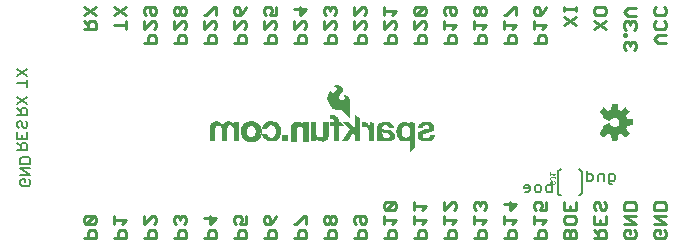
<source format=gbr>
G04 EAGLE Gerber RS-274X export*
G75*
%MOMM*%
%FSLAX34Y34*%
%LPD*%
%INSilkscreen Bottom*%
%IPPOS*%
%AMOC8*
5,1,8,0,0,1.08239X$1,22.5*%
G01*
%ADD10C,0.177800*%
%ADD11C,0.228600*%
%ADD12C,0.203200*%
%ADD13C,0.025400*%
%ADD14R,0.495300X0.485100*%

G36*
X535335Y111380D02*
X535335Y111380D01*
X535443Y111394D01*
X535455Y111400D01*
X535469Y111402D01*
X535565Y111454D01*
X535662Y111501D01*
X535672Y111511D01*
X535684Y111517D01*
X535758Y111597D01*
X535835Y111673D01*
X535841Y111685D01*
X535851Y111696D01*
X535896Y111794D01*
X535944Y111891D01*
X535948Y111909D01*
X535952Y111918D01*
X535954Y111939D01*
X535973Y112036D01*
X536416Y116387D01*
X537575Y116758D01*
X537593Y116768D01*
X537690Y116806D01*
X538772Y117363D01*
X542162Y114599D01*
X542256Y114545D01*
X542348Y114488D01*
X542361Y114485D01*
X542373Y114478D01*
X542480Y114457D01*
X542585Y114432D01*
X542599Y114434D01*
X542613Y114431D01*
X542720Y114446D01*
X542828Y114456D01*
X542841Y114462D01*
X542855Y114464D01*
X542952Y114512D01*
X543051Y114557D01*
X543064Y114568D01*
X543073Y114572D01*
X543088Y114588D01*
X543165Y114650D01*
X545750Y117235D01*
X545813Y117324D01*
X545879Y117409D01*
X545884Y117422D01*
X545892Y117434D01*
X545923Y117537D01*
X545959Y117640D01*
X545959Y117654D01*
X545963Y117667D01*
X545959Y117775D01*
X545960Y117884D01*
X545955Y117897D01*
X545955Y117911D01*
X545917Y118013D01*
X545882Y118115D01*
X545873Y118130D01*
X545869Y118139D01*
X545855Y118156D01*
X545801Y118238D01*
X543037Y121628D01*
X543594Y122710D01*
X543600Y122730D01*
X543642Y122825D01*
X544013Y123984D01*
X548364Y124427D01*
X548468Y124455D01*
X548574Y124480D01*
X548586Y124487D01*
X548599Y124490D01*
X548689Y124551D01*
X548782Y124608D01*
X548790Y124619D01*
X548802Y124627D01*
X548868Y124713D01*
X548937Y124797D01*
X548941Y124810D01*
X548950Y124821D01*
X548984Y124924D01*
X549023Y125025D01*
X549024Y125043D01*
X549028Y125052D01*
X549028Y125074D01*
X549037Y125172D01*
X549037Y128828D01*
X549020Y128935D01*
X549006Y129043D01*
X549000Y129055D01*
X548998Y129069D01*
X548946Y129165D01*
X548899Y129262D01*
X548889Y129272D01*
X548883Y129284D01*
X548803Y129358D01*
X548727Y129435D01*
X548715Y129441D01*
X548705Y129451D01*
X548606Y129496D01*
X548509Y129544D01*
X548491Y129548D01*
X548482Y129552D01*
X548461Y129554D01*
X548364Y129573D01*
X544013Y130016D01*
X543642Y131175D01*
X543632Y131193D01*
X543594Y131290D01*
X543037Y132372D01*
X545801Y135762D01*
X545855Y135856D01*
X545912Y135948D01*
X545915Y135961D01*
X545922Y135973D01*
X545943Y136080D01*
X545968Y136185D01*
X545966Y136199D01*
X545969Y136213D01*
X545954Y136320D01*
X545944Y136428D01*
X545938Y136441D01*
X545936Y136455D01*
X545888Y136552D01*
X545843Y136651D01*
X545832Y136664D01*
X545828Y136673D01*
X545812Y136688D01*
X545750Y136765D01*
X543165Y139350D01*
X543076Y139413D01*
X542991Y139479D01*
X542978Y139484D01*
X542966Y139492D01*
X542863Y139523D01*
X542760Y139559D01*
X542746Y139559D01*
X542733Y139563D01*
X542625Y139559D01*
X542516Y139560D01*
X542503Y139555D01*
X542489Y139555D01*
X542387Y139517D01*
X542285Y139482D01*
X542270Y139473D01*
X542261Y139469D01*
X542244Y139455D01*
X542162Y139401D01*
X538772Y136637D01*
X537690Y137194D01*
X537670Y137200D01*
X537575Y137242D01*
X536416Y137613D01*
X535973Y141964D01*
X535945Y142068D01*
X535920Y142174D01*
X535913Y142186D01*
X535910Y142199D01*
X535849Y142289D01*
X535792Y142382D01*
X535781Y142390D01*
X535773Y142402D01*
X535687Y142468D01*
X535603Y142537D01*
X535590Y142541D01*
X535579Y142550D01*
X535476Y142584D01*
X535375Y142623D01*
X535357Y142624D01*
X535348Y142628D01*
X535326Y142628D01*
X535228Y142637D01*
X531572Y142637D01*
X531465Y142620D01*
X531357Y142606D01*
X531345Y142600D01*
X531331Y142598D01*
X531235Y142546D01*
X531138Y142499D01*
X531128Y142489D01*
X531116Y142483D01*
X531042Y142403D01*
X530965Y142327D01*
X530959Y142315D01*
X530949Y142305D01*
X530904Y142206D01*
X530856Y142109D01*
X530852Y142091D01*
X530848Y142082D01*
X530846Y142061D01*
X530827Y141964D01*
X530384Y137613D01*
X529225Y137242D01*
X529207Y137232D01*
X529110Y137194D01*
X528028Y136637D01*
X524638Y139401D01*
X524544Y139455D01*
X524452Y139512D01*
X524439Y139515D01*
X524427Y139522D01*
X524320Y139543D01*
X524215Y139568D01*
X524201Y139566D01*
X524187Y139569D01*
X524080Y139554D01*
X523972Y139544D01*
X523959Y139538D01*
X523946Y139536D01*
X523848Y139488D01*
X523749Y139443D01*
X523736Y139432D01*
X523727Y139428D01*
X523712Y139412D01*
X523635Y139350D01*
X521050Y136765D01*
X520987Y136676D01*
X520921Y136591D01*
X520916Y136578D01*
X520908Y136566D01*
X520877Y136463D01*
X520841Y136360D01*
X520841Y136346D01*
X520837Y136333D01*
X520841Y136225D01*
X520840Y136116D01*
X520845Y136103D01*
X520845Y136089D01*
X520883Y135987D01*
X520918Y135885D01*
X520927Y135870D01*
X520931Y135861D01*
X520945Y135844D01*
X520999Y135762D01*
X523763Y132372D01*
X523206Y131290D01*
X523189Y131237D01*
X523163Y131188D01*
X523152Y131122D01*
X523131Y131058D01*
X523132Y131002D01*
X523123Y130948D01*
X523134Y130881D01*
X523135Y130814D01*
X523153Y130762D01*
X523162Y130707D01*
X523194Y130647D01*
X523217Y130584D01*
X523251Y130541D01*
X523277Y130492D01*
X523326Y130445D01*
X523368Y130393D01*
X523415Y130363D01*
X523455Y130325D01*
X523560Y130268D01*
X523573Y130260D01*
X523578Y130259D01*
X523585Y130255D01*
X528782Y128102D01*
X528881Y128079D01*
X528979Y128050D01*
X529000Y128051D01*
X529020Y128046D01*
X529121Y128056D01*
X529222Y128061D01*
X529242Y128068D01*
X529263Y128070D01*
X529355Y128112D01*
X529450Y128149D01*
X529466Y128162D01*
X529485Y128171D01*
X529559Y128240D01*
X529637Y128305D01*
X529653Y128328D01*
X529663Y128338D01*
X529675Y128359D01*
X529722Y128426D01*
X530228Y129325D01*
X530872Y130012D01*
X531660Y130527D01*
X532548Y130839D01*
X533485Y130931D01*
X534417Y130798D01*
X535291Y130447D01*
X536056Y129898D01*
X536669Y129184D01*
X537094Y128344D01*
X537308Y127428D01*
X537298Y126486D01*
X537064Y125574D01*
X536621Y124744D01*
X535992Y124043D01*
X535215Y123511D01*
X534334Y123180D01*
X533399Y123067D01*
X532482Y123175D01*
X531614Y123495D01*
X530845Y124009D01*
X530218Y124688D01*
X529723Y125572D01*
X529659Y125652D01*
X529599Y125735D01*
X529583Y125747D01*
X529570Y125763D01*
X529484Y125818D01*
X529401Y125878D01*
X529382Y125884D01*
X529365Y125894D01*
X529266Y125919D01*
X529168Y125949D01*
X529148Y125948D01*
X529128Y125953D01*
X529026Y125944D01*
X528924Y125941D01*
X528899Y125933D01*
X528885Y125932D01*
X528863Y125923D01*
X528782Y125898D01*
X523585Y123745D01*
X523538Y123716D01*
X523486Y123695D01*
X523435Y123652D01*
X523378Y123616D01*
X523343Y123573D01*
X523300Y123537D01*
X523266Y123480D01*
X523223Y123428D01*
X523204Y123376D01*
X523175Y123328D01*
X523161Y123262D01*
X523137Y123199D01*
X523135Y123144D01*
X523124Y123090D01*
X523131Y123023D01*
X523129Y122956D01*
X523145Y122902D01*
X523152Y122847D01*
X523196Y122736D01*
X523200Y122722D01*
X523203Y122718D01*
X523206Y122710D01*
X523763Y121628D01*
X520999Y118238D01*
X520945Y118144D01*
X520888Y118052D01*
X520885Y118039D01*
X520878Y118027D01*
X520857Y117920D01*
X520832Y117815D01*
X520834Y117801D01*
X520831Y117787D01*
X520846Y117680D01*
X520856Y117572D01*
X520862Y117559D01*
X520864Y117546D01*
X520912Y117448D01*
X520957Y117349D01*
X520968Y117336D01*
X520972Y117327D01*
X520988Y117312D01*
X521050Y117235D01*
X523635Y114650D01*
X523724Y114587D01*
X523809Y114521D01*
X523822Y114516D01*
X523834Y114508D01*
X523937Y114477D01*
X524040Y114441D01*
X524054Y114441D01*
X524067Y114437D01*
X524175Y114441D01*
X524284Y114440D01*
X524297Y114445D01*
X524311Y114445D01*
X524413Y114483D01*
X524515Y114518D01*
X524530Y114527D01*
X524539Y114531D01*
X524556Y114545D01*
X524638Y114599D01*
X528028Y117363D01*
X529110Y116806D01*
X529130Y116800D01*
X529225Y116758D01*
X530384Y116387D01*
X530827Y112036D01*
X530855Y111932D01*
X530880Y111826D01*
X530887Y111814D01*
X530890Y111801D01*
X530951Y111711D01*
X531008Y111618D01*
X531019Y111610D01*
X531027Y111598D01*
X531113Y111532D01*
X531197Y111464D01*
X531210Y111459D01*
X531221Y111450D01*
X531324Y111416D01*
X531425Y111377D01*
X531443Y111376D01*
X531452Y111372D01*
X531474Y111373D01*
X531572Y111363D01*
X535228Y111363D01*
X535335Y111380D01*
G37*
G36*
X308934Y130347D02*
X308934Y130347D01*
X308976Y130362D01*
X308978Y130367D01*
X308982Y130369D01*
X309011Y130442D01*
X309015Y130453D01*
X309015Y130454D01*
X309015Y145618D01*
X309013Y145623D01*
X309015Y145629D01*
X308945Y146460D01*
X308939Y146471D01*
X308940Y146486D01*
X308700Y147285D01*
X308692Y147295D01*
X308690Y147309D01*
X308289Y148041D01*
X308279Y148049D01*
X308274Y148062D01*
X307804Y148612D01*
X307793Y148617D01*
X307786Y148629D01*
X307216Y149074D01*
X307204Y149077D01*
X307194Y149087D01*
X306546Y149408D01*
X306534Y149409D01*
X306522Y149417D01*
X305823Y149601D01*
X305812Y149600D01*
X305801Y149605D01*
X304861Y149678D01*
X304852Y149675D01*
X304841Y149678D01*
X303901Y149605D01*
X303897Y149603D01*
X303891Y149604D01*
X303408Y149528D01*
X303369Y149503D01*
X303329Y149482D01*
X303328Y149478D01*
X303325Y149476D01*
X303315Y149431D01*
X303303Y149387D01*
X303305Y149383D01*
X303304Y149379D01*
X303329Y149341D01*
X303353Y149302D01*
X303357Y149301D01*
X303359Y149298D01*
X303400Y149289D01*
X303440Y149277D01*
X303598Y149293D01*
X303736Y149265D01*
X303869Y149194D01*
X304693Y148595D01*
X304811Y148481D01*
X304883Y148343D01*
X304976Y147928D01*
X304976Y147500D01*
X304883Y147084D01*
X304677Y146680D01*
X304364Y146352D01*
X303758Y145987D01*
X303080Y145780D01*
X302369Y145745D01*
X301759Y145842D01*
X301173Y146040D01*
X300630Y146333D01*
X300205Y146698D01*
X299890Y147158D01*
X299704Y147683D01*
X299661Y148239D01*
X299763Y148787D01*
X300003Y149290D01*
X300373Y149725D01*
X300571Y149935D01*
X301166Y150566D01*
X301761Y151197D01*
X301826Y151266D01*
X301829Y151276D01*
X301838Y151282D01*
X303025Y153040D01*
X303027Y153053D01*
X303037Y153063D01*
X303317Y153751D01*
X303316Y153766D01*
X303325Y153781D01*
X303424Y154516D01*
X303420Y154531D01*
X303425Y154548D01*
X303338Y155285D01*
X303330Y155298D01*
X303330Y155316D01*
X303063Y156008D01*
X303052Y156019D01*
X303048Y156036D01*
X302617Y156639D01*
X302607Y156646D01*
X302601Y156658D01*
X301905Y157316D01*
X301897Y157319D01*
X301892Y157327D01*
X301115Y157887D01*
X301105Y157890D01*
X301097Y157898D01*
X300317Y158286D01*
X300305Y158287D01*
X300294Y158295D01*
X299454Y158526D01*
X299442Y158525D01*
X299430Y158531D01*
X298562Y158597D01*
X298552Y158593D01*
X298540Y158597D01*
X297640Y158511D01*
X297631Y158507D01*
X297621Y158508D01*
X296743Y158288D01*
X296735Y158282D01*
X296723Y158281D01*
X296495Y158180D01*
X296139Y158028D01*
X296138Y158028D01*
X295634Y157807D01*
X295624Y157796D01*
X295607Y157791D01*
X295172Y157453D01*
X295169Y157446D01*
X295161Y157442D01*
X295136Y157417D01*
X295133Y157416D01*
X295098Y157324D01*
X295139Y157235D01*
X295224Y157202D01*
X295827Y157202D01*
X296338Y157145D01*
X296828Y157006D01*
X297309Y156751D01*
X297704Y156381D01*
X297990Y155921D01*
X298147Y155402D01*
X298159Y155099D01*
X298100Y154799D01*
X297894Y154305D01*
X297611Y153847D01*
X297260Y153437D01*
X296848Y153083D01*
X295946Y152432D01*
X295458Y152183D01*
X294929Y152085D01*
X294390Y152143D01*
X294216Y152208D01*
X293855Y152457D01*
X293581Y152796D01*
X293537Y152899D01*
X293521Y153019D01*
X293521Y153899D01*
X293504Y153940D01*
X293490Y153982D01*
X293485Y153985D01*
X293483Y153990D01*
X293442Y154006D01*
X293402Y154025D01*
X293396Y154023D01*
X293391Y154025D01*
X293364Y154013D01*
X293315Y153997D01*
X292189Y153076D01*
X292183Y153064D01*
X292171Y153057D01*
X291264Y151920D01*
X291261Y151909D01*
X291252Y151901D01*
X290750Y150967D01*
X290749Y150957D01*
X290743Y150949D01*
X290385Y149952D01*
X290385Y149942D01*
X290380Y149933D01*
X290173Y148894D01*
X290175Y148884D01*
X290174Y148882D01*
X290175Y148882D01*
X290171Y148873D01*
X290111Y146945D01*
X290115Y146934D01*
X290112Y146922D01*
X290400Y145015D01*
X290406Y145005D01*
X290406Y144993D01*
X291034Y143169D01*
X291041Y143160D01*
X291043Y143148D01*
X291990Y141467D01*
X291998Y141461D01*
X292001Y141450D01*
X292886Y140343D01*
X292893Y140340D01*
X292895Y140334D01*
X292896Y140334D01*
X292898Y140330D01*
X293929Y139358D01*
X293937Y139355D01*
X293943Y139347D01*
X295100Y138530D01*
X295110Y138528D01*
X295118Y138520D01*
X296348Y137920D01*
X296359Y137919D01*
X296369Y137911D01*
X297688Y137543D01*
X297699Y137545D01*
X297710Y137539D01*
X299074Y137415D01*
X299079Y137417D01*
X299085Y137415D01*
X301360Y137415D01*
X301728Y137350D01*
X302079Y137223D01*
X303069Y136634D01*
X303923Y135852D01*
X308795Y130370D01*
X308799Y130368D01*
X308801Y130363D01*
X308843Y130347D01*
X308884Y130328D01*
X308888Y130330D01*
X308893Y130328D01*
X308934Y130347D01*
G37*
G36*
X360301Y101653D02*
X360301Y101653D01*
X360303Y101652D01*
X360324Y101661D01*
X360384Y101684D01*
X364524Y105418D01*
X364526Y105424D01*
X364532Y105427D01*
X364556Y105487D01*
X364565Y105508D01*
X364564Y105510D01*
X364565Y105512D01*
X364565Y126086D01*
X364550Y126123D01*
X364540Y126162D01*
X364531Y126168D01*
X364527Y126177D01*
X364499Y126188D01*
X364463Y126210D01*
X360577Y126946D01*
X360562Y126943D01*
X360547Y126948D01*
X360515Y126933D01*
X360480Y126925D01*
X360472Y126912D01*
X360459Y126906D01*
X360444Y126867D01*
X360428Y126842D01*
X360431Y126831D01*
X360427Y126820D01*
X360451Y124903D01*
X360317Y125052D01*
X360316Y125053D01*
X360316Y125054D01*
X359427Y126019D01*
X359421Y126021D01*
X359417Y126028D01*
X359074Y126329D01*
X359063Y126333D01*
X359055Y126343D01*
X358661Y126576D01*
X358652Y126577D01*
X358644Y126584D01*
X357323Y127117D01*
X357312Y127117D01*
X357302Y127124D01*
X356820Y127226D01*
X356808Y127223D01*
X356796Y127228D01*
X354815Y127253D01*
X354804Y127249D01*
X354792Y127251D01*
X353707Y127068D01*
X353697Y127061D01*
X353683Y127061D01*
X352658Y126661D01*
X352651Y126653D01*
X352639Y126651D01*
X351737Y126110D01*
X351732Y126104D01*
X351723Y126101D01*
X350899Y125448D01*
X350893Y125438D01*
X350883Y125433D01*
X350091Y124543D01*
X350087Y124530D01*
X350075Y124521D01*
X349496Y123480D01*
X349494Y123468D01*
X349486Y123457D01*
X348812Y121344D01*
X348813Y121333D01*
X348807Y121322D01*
X348524Y119122D01*
X348527Y119111D01*
X348523Y119099D01*
X348641Y116884D01*
X348646Y116874D01*
X348644Y116862D01*
X348967Y115486D01*
X348974Y115477D01*
X348974Y115465D01*
X349530Y114165D01*
X349538Y114157D01*
X349540Y114146D01*
X350312Y112961D01*
X350321Y112955D01*
X350326Y112944D01*
X350983Y112237D01*
X350993Y112233D01*
X350999Y112223D01*
X351767Y111638D01*
X351778Y111636D01*
X351785Y111627D01*
X352641Y111181D01*
X352652Y111180D01*
X352661Y111172D01*
X353580Y110878D01*
X353590Y110879D01*
X353600Y110873D01*
X354812Y110684D01*
X354821Y110686D01*
X354830Y110683D01*
X356057Y110666D01*
X356065Y110669D01*
X356075Y110667D01*
X357292Y110822D01*
X357302Y110827D01*
X357314Y110827D01*
X358158Y111091D01*
X358168Y111099D01*
X358183Y111102D01*
X358952Y111539D01*
X358960Y111549D01*
X358974Y111554D01*
X359634Y112144D01*
X359640Y112156D01*
X359652Y112164D01*
X360172Y112880D01*
X360173Y112882D01*
X360173Y101778D01*
X360191Y101734D01*
X360208Y101691D01*
X360210Y101690D01*
X360211Y101687D01*
X360255Y101670D01*
X360299Y101652D01*
X360301Y101653D01*
G37*
G36*
X194871Y111000D02*
X194871Y111000D01*
X194873Y110999D01*
X194916Y111019D01*
X194960Y111037D01*
X194960Y111039D01*
X194962Y111040D01*
X194995Y111125D01*
X194995Y121404D01*
X195102Y122284D01*
X195414Y123106D01*
X195675Y123490D01*
X196018Y123803D01*
X196424Y124029D01*
X196872Y124157D01*
X197776Y124225D01*
X198679Y124133D01*
X199089Y124007D01*
X199461Y123797D01*
X199476Y123783D01*
X199617Y123657D01*
X199757Y123530D01*
X199779Y123511D01*
X200164Y122983D01*
X200437Y122388D01*
X200586Y121749D01*
X200661Y120646D01*
X200661Y111125D01*
X200662Y111123D01*
X200661Y111121D01*
X200681Y111078D01*
X200699Y111034D01*
X200701Y111034D01*
X200702Y111032D01*
X200787Y110999D01*
X205105Y110999D01*
X205107Y111000D01*
X205109Y110999D01*
X205152Y111019D01*
X205196Y111037D01*
X205196Y111039D01*
X205198Y111040D01*
X205231Y111125D01*
X205231Y121684D01*
X205311Y122347D01*
X205542Y122966D01*
X205912Y123513D01*
X206259Y123831D01*
X206668Y124064D01*
X207118Y124200D01*
X207595Y124232D01*
X208443Y124182D01*
X208883Y124100D01*
X209287Y123922D01*
X209642Y123656D01*
X210461Y122712D01*
X210745Y122174D01*
X210876Y121583D01*
X210846Y120961D01*
X210847Y120958D01*
X210846Y120955D01*
X210846Y111150D01*
X210847Y111148D01*
X210846Y111146D01*
X210866Y111103D01*
X210884Y111059D01*
X210886Y111059D01*
X210887Y111057D01*
X210972Y111024D01*
X215290Y111024D01*
X215292Y111025D01*
X215294Y111024D01*
X215337Y111044D01*
X215381Y111062D01*
X215381Y111064D01*
X215383Y111065D01*
X215416Y111150D01*
X215416Y127203D01*
X215415Y127205D01*
X215416Y127207D01*
X215396Y127250D01*
X215378Y127294D01*
X215376Y127294D01*
X215375Y127296D01*
X215290Y127329D01*
X211303Y127329D01*
X211301Y127328D01*
X211299Y127329D01*
X211256Y127309D01*
X211212Y127291D01*
X211212Y127289D01*
X211210Y127288D01*
X211177Y127203D01*
X211177Y125150D01*
X211146Y125157D01*
X210844Y125553D01*
X210838Y125556D01*
X210835Y125564D01*
X210073Y126351D01*
X210065Y126354D01*
X210061Y126361D01*
X209299Y126973D01*
X209285Y126977D01*
X209273Y126990D01*
X208383Y127394D01*
X208371Y127394D01*
X208360Y127402D01*
X207268Y127656D01*
X207259Y127655D01*
X207251Y127659D01*
X205879Y127786D01*
X205869Y127783D01*
X205858Y127786D01*
X204901Y127717D01*
X204890Y127711D01*
X204876Y127712D01*
X203953Y127452D01*
X203943Y127444D01*
X203930Y127442D01*
X203140Y127039D01*
X203132Y127030D01*
X203119Y127026D01*
X202421Y126480D01*
X202415Y126469D01*
X202403Y126463D01*
X201821Y125794D01*
X201818Y125782D01*
X201807Y125774D01*
X201427Y125116D01*
X201385Y125158D01*
X200930Y125639D01*
X200927Y125640D01*
X200926Y125643D01*
X200138Y126402D01*
X200129Y126405D01*
X200124Y126414D01*
X199235Y127052D01*
X199224Y127054D01*
X199216Y127062D01*
X198411Y127456D01*
X198399Y127456D01*
X198388Y127464D01*
X197523Y127696D01*
X197511Y127694D01*
X197499Y127700D01*
X196605Y127761D01*
X196596Y127758D01*
X196585Y127761D01*
X195306Y127654D01*
X195299Y127650D01*
X195292Y127652D01*
X194032Y127403D01*
X194023Y127397D01*
X194011Y127397D01*
X193145Y127071D01*
X193135Y127061D01*
X193120Y127058D01*
X192346Y126551D01*
X192339Y126539D01*
X192325Y126533D01*
X191679Y125869D01*
X191676Y125859D01*
X191672Y125858D01*
X191671Y125854D01*
X191663Y125848D01*
X191075Y124909D01*
X191073Y124896D01*
X191063Y124886D01*
X190677Y123847D01*
X190678Y123834D01*
X190671Y123822D01*
X190502Y122726D01*
X190505Y122717D01*
X190501Y122707D01*
X190501Y111125D01*
X190502Y111123D01*
X190501Y111121D01*
X190521Y111078D01*
X190539Y111034D01*
X190541Y111034D01*
X190542Y111032D01*
X190627Y110999D01*
X194869Y110999D01*
X194871Y111000D01*
G37*
G36*
X342751Y110669D02*
X342751Y110669D01*
X342762Y110674D01*
X342776Y110672D01*
X344148Y110980D01*
X344159Y110988D01*
X344174Y110989D01*
X345443Y111595D01*
X345452Y111605D01*
X345466Y111609D01*
X345914Y111951D01*
X345920Y111961D01*
X345932Y111967D01*
X346309Y112387D01*
X346313Y112398D01*
X346323Y112406D01*
X346615Y112889D01*
X346617Y112900D01*
X346625Y112910D01*
X346998Y113903D01*
X346998Y113914D01*
X347004Y113925D01*
X347193Y114969D01*
X347190Y114980D01*
X347195Y114992D01*
X347192Y116053D01*
X347189Y116060D01*
X347191Y116063D01*
X347188Y116070D01*
X347189Y116080D01*
X346983Y117021D01*
X346974Y117033D01*
X346973Y117050D01*
X346544Y117912D01*
X346534Y117921D01*
X346529Y117936D01*
X346031Y118545D01*
X346026Y118548D01*
X346024Y118552D01*
X346018Y118554D01*
X346013Y118563D01*
X345403Y119061D01*
X345391Y119064D01*
X345382Y119075D01*
X344686Y119441D01*
X344675Y119442D01*
X344666Y119449D01*
X343181Y119933D01*
X343173Y119932D01*
X343164Y119937D01*
X341627Y120215D01*
X341623Y120214D01*
X341618Y120217D01*
X339412Y120445D01*
X338106Y120671D01*
X337637Y120836D01*
X337209Y121082D01*
X336925Y121343D01*
X336865Y121430D01*
X336823Y121527D01*
X336712Y122048D01*
X336712Y122579D01*
X336823Y123100D01*
X336962Y123414D01*
X337161Y123693D01*
X337414Y123927D01*
X337728Y124120D01*
X338074Y124248D01*
X338443Y124309D01*
X339798Y124359D01*
X340385Y124305D01*
X340946Y124140D01*
X341410Y123885D01*
X341800Y123529D01*
X342095Y123091D01*
X342279Y122596D01*
X342342Y122065D01*
X342342Y122022D01*
X342343Y122020D01*
X342342Y122018D01*
X342362Y121975D01*
X342380Y121931D01*
X342382Y121931D01*
X342383Y121929D01*
X342468Y121896D01*
X346609Y121896D01*
X346610Y121894D01*
X346652Y121884D01*
X346694Y121870D01*
X346700Y121873D01*
X346706Y121872D01*
X346731Y121888D01*
X346776Y121909D01*
X346801Y121934D01*
X346801Y121935D01*
X346817Y121977D01*
X346836Y122026D01*
X346836Y122027D01*
X346816Y122069D01*
X346797Y122112D01*
X346675Y123003D01*
X346669Y123014D01*
X346669Y123029D01*
X346335Y123970D01*
X346326Y123980D01*
X346323Y123994D01*
X345804Y124847D01*
X345793Y124855D01*
X345788Y124868D01*
X345105Y125598D01*
X345093Y125603D01*
X345085Y125615D01*
X344268Y126189D01*
X344256Y126192D01*
X344247Y126201D01*
X343089Y126730D01*
X343079Y126730D01*
X343070Y126737D01*
X341841Y127071D01*
X341832Y127070D01*
X341823Y127074D01*
X340083Y127288D01*
X340075Y127285D01*
X340067Y127288D01*
X338313Y127280D01*
X338306Y127277D01*
X338297Y127279D01*
X336558Y127049D01*
X336550Y127044D01*
X336539Y127045D01*
X335125Y126620D01*
X335116Y126612D01*
X335102Y126611D01*
X333799Y125917D01*
X333790Y125907D01*
X333776Y125902D01*
X333214Y125419D01*
X333207Y125405D01*
X333193Y125396D01*
X332766Y124791D01*
X332763Y124776D01*
X332751Y124764D01*
X332484Y124073D01*
X332485Y124058D01*
X332477Y124043D01*
X332386Y123308D01*
X332388Y123300D01*
X332385Y123292D01*
X332385Y118466D01*
X332386Y118464D01*
X332385Y118462D01*
X332392Y118447D01*
X332360Y118363D01*
X332385Y114025D01*
X332283Y112688D01*
X331934Y111393D01*
X331860Y111194D01*
X331861Y111169D01*
X331852Y111146D01*
X331863Y111122D01*
X331864Y111096D01*
X331883Y111079D01*
X331893Y111057D01*
X331920Y111046D01*
X331938Y111030D01*
X331957Y111032D01*
X331978Y111024D01*
X336012Y111024D01*
X336048Y111021D01*
X336076Y111030D01*
X336116Y111034D01*
X336153Y111053D01*
X336172Y111075D01*
X336204Y111099D01*
X336226Y111135D01*
X336228Y111152D01*
X336240Y111168D01*
X336316Y111448D01*
X336315Y111451D01*
X336317Y111454D01*
X336544Y112483D01*
X336554Y112506D01*
X336560Y112512D01*
X336568Y112514D01*
X336577Y112513D01*
X336601Y112497D01*
X337428Y111794D01*
X337439Y111790D01*
X337448Y111780D01*
X338399Y111240D01*
X338410Y111239D01*
X338420Y111231D01*
X339455Y110878D01*
X339467Y110879D01*
X339477Y110873D01*
X341095Y110632D01*
X341105Y110635D01*
X341116Y110631D01*
X342751Y110669D01*
G37*
G36*
X317884Y110898D02*
X317884Y110898D01*
X317887Y110897D01*
X317970Y110934D01*
X318021Y110985D01*
X318023Y110988D01*
X318025Y110989D01*
X318058Y111074D01*
X318058Y130404D01*
X318050Y130423D01*
X318052Y130443D01*
X318031Y130470D01*
X318020Y130495D01*
X318006Y130500D01*
X317995Y130514D01*
X313855Y132876D01*
X313820Y132880D01*
X313788Y132892D01*
X313773Y132885D01*
X313757Y132887D01*
X313730Y132865D01*
X313699Y132851D01*
X313692Y132835D01*
X313680Y132825D01*
X313678Y132798D01*
X313666Y132766D01*
X313666Y121336D01*
X308191Y126810D01*
X308188Y126812D01*
X308187Y126814D01*
X308102Y126847D01*
X303428Y126847D01*
X303426Y126847D01*
X303425Y126847D01*
X303381Y126827D01*
X303337Y126809D01*
X303337Y126807D01*
X303335Y126806D01*
X303319Y126762D01*
X303302Y126717D01*
X303303Y126715D01*
X303302Y126714D01*
X303340Y126631D01*
X309031Y121065D01*
X302434Y111170D01*
X302427Y111132D01*
X302413Y111095D01*
X302418Y111085D01*
X302416Y111073D01*
X302438Y111042D01*
X302455Y111006D01*
X302466Y111002D01*
X302472Y110993D01*
X302502Y110988D01*
X302540Y110974D01*
X307620Y110999D01*
X307637Y111006D01*
X307655Y111004D01*
X307684Y111026D01*
X307710Y111038D01*
X307715Y111050D01*
X307727Y111060D01*
X311960Y118038D01*
X313615Y116431D01*
X313615Y111023D01*
X313616Y111021D01*
X313615Y111019D01*
X313635Y110976D01*
X313653Y110932D01*
X313655Y110932D01*
X313656Y110930D01*
X313741Y110897D01*
X317881Y110897D01*
X317884Y110898D01*
G37*
G36*
X286316Y110597D02*
X286316Y110597D01*
X286327Y110594D01*
X287360Y110741D01*
X287371Y110747D01*
X287384Y110747D01*
X288370Y111090D01*
X288379Y111098D01*
X288392Y111100D01*
X289294Y111626D01*
X289301Y111636D01*
X289314Y111641D01*
X289568Y111869D01*
X289574Y111880D01*
X289585Y111888D01*
X290246Y112773D01*
X290248Y112784D01*
X290258Y112793D01*
X290746Y113783D01*
X290746Y113795D01*
X290754Y113805D01*
X291054Y114868D01*
X291052Y114879D01*
X291058Y114891D01*
X291159Y115990D01*
X291157Y115996D01*
X291159Y116002D01*
X291159Y126797D01*
X291158Y126799D01*
X291159Y126801D01*
X291139Y126844D01*
X291121Y126888D01*
X291119Y126888D01*
X291118Y126890D01*
X291033Y126923D01*
X286893Y126923D01*
X286891Y126922D01*
X286889Y126923D01*
X286846Y126903D01*
X286802Y126885D01*
X286802Y126883D01*
X286800Y126882D01*
X286767Y126797D01*
X286767Y116800D01*
X286618Y115970D01*
X286275Y115202D01*
X286003Y114840D01*
X285662Y114539D01*
X285267Y114314D01*
X284578Y114091D01*
X283859Y114011D01*
X283138Y114078D01*
X282447Y114290D01*
X281937Y114578D01*
X281506Y114975D01*
X281179Y115460D01*
X280970Y116010D01*
X280745Y117214D01*
X280669Y118444D01*
X280669Y126746D01*
X280668Y126748D01*
X280669Y126750D01*
X280649Y126793D01*
X280631Y126837D01*
X280629Y126837D01*
X280628Y126839D01*
X280543Y126872D01*
X276327Y126872D01*
X276325Y126871D01*
X276323Y126872D01*
X276280Y126852D01*
X276236Y126834D01*
X276236Y126832D01*
X276234Y126831D01*
X276201Y126746D01*
X276201Y111125D01*
X276202Y111123D01*
X276201Y111121D01*
X276221Y111078D01*
X276239Y111034D01*
X276241Y111034D01*
X276242Y111032D01*
X276327Y110999D01*
X280340Y110999D01*
X280342Y111000D01*
X280344Y110999D01*
X280387Y111019D01*
X280431Y111037D01*
X280431Y111039D01*
X280433Y111040D01*
X280466Y111125D01*
X280466Y113182D01*
X280973Y112541D01*
X280981Y112537D01*
X280985Y112528D01*
X281812Y111743D01*
X281821Y111740D01*
X281826Y111732D01*
X282756Y111073D01*
X282765Y111071D01*
X282773Y111063D01*
X283018Y110941D01*
X283029Y110940D01*
X283038Y110933D01*
X283300Y110852D01*
X283309Y110853D01*
X283318Y110848D01*
X284796Y110625D01*
X284804Y110627D01*
X284812Y110623D01*
X286306Y110593D01*
X286316Y110597D01*
G37*
G36*
X273839Y110924D02*
X273839Y110924D01*
X273841Y110923D01*
X273884Y110943D01*
X273928Y110961D01*
X273928Y110963D01*
X273930Y110964D01*
X273963Y111049D01*
X273963Y126771D01*
X273962Y126773D01*
X273963Y126775D01*
X273943Y126818D01*
X273925Y126862D01*
X273923Y126862D01*
X273922Y126864D01*
X273837Y126897D01*
X269799Y126897D01*
X269797Y126896D01*
X269795Y126897D01*
X269752Y126877D01*
X269708Y126859D01*
X269708Y126857D01*
X269706Y126856D01*
X269673Y126771D01*
X269673Y124703D01*
X269631Y124732D01*
X269517Y124868D01*
X269240Y125246D01*
X269236Y125248D01*
X269234Y125253D01*
X268832Y125726D01*
X268825Y125730D01*
X268821Y125738D01*
X268626Y125914D01*
X268486Y126040D01*
X268360Y126154D01*
X268350Y126157D01*
X268342Y126167D01*
X267444Y126734D01*
X267431Y126737D01*
X267420Y126746D01*
X266424Y127115D01*
X266411Y127115D01*
X266398Y127122D01*
X265346Y127277D01*
X265336Y127274D01*
X265325Y127278D01*
X263319Y127228D01*
X263309Y127224D01*
X263296Y127226D01*
X262319Y127020D01*
X262307Y127012D01*
X262291Y127011D01*
X261386Y126589D01*
X261377Y126578D01*
X261362Y126574D01*
X260577Y125956D01*
X260571Y125945D01*
X260559Y125939D01*
X260070Y125364D01*
X260067Y125353D01*
X260057Y125346D01*
X259673Y124697D01*
X259671Y124686D01*
X259663Y124677D01*
X259394Y123972D01*
X259394Y123963D01*
X259389Y123954D01*
X259149Y122847D01*
X259151Y122838D01*
X259147Y122830D01*
X259056Y121701D01*
X259058Y121696D01*
X259056Y121691D01*
X259056Y111150D01*
X259057Y111148D01*
X259056Y111146D01*
X259076Y111103D01*
X259094Y111059D01*
X259096Y111059D01*
X259097Y111057D01*
X259182Y111024D01*
X263271Y111024D01*
X263273Y111025D01*
X263275Y111024D01*
X263318Y111044D01*
X263362Y111062D01*
X263362Y111064D01*
X263364Y111065D01*
X263397Y111150D01*
X263397Y120796D01*
X263462Y121514D01*
X263653Y122202D01*
X263963Y122844D01*
X264259Y123231D01*
X264633Y123540D01*
X265068Y123757D01*
X265368Y123834D01*
X265684Y123851D01*
X266789Y123801D01*
X267345Y123714D01*
X267861Y123510D01*
X268318Y123196D01*
X268835Y122627D01*
X269198Y121948D01*
X269415Y121198D01*
X269495Y120415D01*
X269495Y111049D01*
X269496Y111047D01*
X269495Y111045D01*
X269515Y111002D01*
X269533Y110958D01*
X269535Y110958D01*
X269536Y110956D01*
X269621Y110923D01*
X273837Y110923D01*
X273839Y110924D01*
G37*
G36*
X225553Y110852D02*
X225553Y110852D01*
X225569Y110848D01*
X228566Y111254D01*
X228587Y111266D01*
X228616Y111272D01*
X231461Y113050D01*
X231475Y113071D01*
X231500Y113089D01*
X233100Y115578D01*
X233104Y115601D01*
X233119Y115626D01*
X233729Y119512D01*
X233723Y119534D01*
X233727Y119560D01*
X232914Y123116D01*
X232899Y123137D01*
X232890Y123166D01*
X230756Y125884D01*
X230734Y125896D01*
X230713Y125919D01*
X227335Y127596D01*
X227315Y127597D01*
X227294Y127608D01*
X225821Y127785D01*
X225814Y127783D01*
X225806Y127786D01*
X225755Y127786D01*
X225735Y127778D01*
X225709Y127777D01*
X225582Y127727D01*
X225561Y127707D01*
X225535Y127695D01*
X225526Y127673D01*
X225511Y127659D01*
X225512Y127635D01*
X225502Y127610D01*
X225502Y124689D01*
X225519Y124649D01*
X225531Y124608D01*
X225538Y124604D01*
X225540Y124598D01*
X225568Y124587D01*
X225611Y124564D01*
X226706Y124414D01*
X227854Y123779D01*
X228642Y122695D01*
X229038Y121806D01*
X229312Y120332D01*
X229363Y118473D01*
X229188Y117225D01*
X228813Y116076D01*
X228275Y115049D01*
X226627Y114041D01*
X224879Y113819D01*
X223128Y114411D01*
X223058Y114475D01*
X222780Y114728D01*
X222502Y114980D01*
X222363Y115106D01*
X222086Y115359D01*
X222085Y115359D01*
X222049Y115392D01*
X221506Y116602D01*
X221131Y118150D01*
X221131Y119575D01*
X221382Y121504D01*
X222126Y123116D01*
X222960Y123925D01*
X223913Y124438D01*
X225100Y124537D01*
X225196Y124537D01*
X225199Y124538D01*
X225202Y124537D01*
X225244Y124557D01*
X225287Y124575D01*
X225288Y124578D01*
X225291Y124580D01*
X225322Y124665D01*
X225296Y126253D01*
X225293Y126379D01*
X225293Y126380D01*
X225291Y126506D01*
X225289Y126632D01*
X225287Y126758D01*
X225285Y126884D01*
X225285Y126885D01*
X225283Y127011D01*
X225281Y127137D01*
X225279Y127263D01*
X225276Y127389D01*
X225276Y127390D01*
X225274Y127516D01*
X225272Y127637D01*
X225268Y127646D01*
X225271Y127655D01*
X225249Y127690D01*
X225232Y127727D01*
X225224Y127730D01*
X225219Y127738D01*
X225167Y127751D01*
X225140Y127761D01*
X225135Y127759D01*
X225130Y127760D01*
X223123Y127506D01*
X223112Y127500D01*
X223098Y127500D01*
X221472Y126941D01*
X221460Y126930D01*
X221441Y126926D01*
X219460Y125555D01*
X219452Y125542D01*
X219436Y125533D01*
X218344Y124263D01*
X218339Y124247D01*
X218325Y124232D01*
X217284Y121895D01*
X217283Y121878D01*
X217274Y121860D01*
X216994Y119675D01*
X216998Y119660D01*
X216994Y119644D01*
X217248Y117536D01*
X217252Y117528D01*
X217251Y117517D01*
X217937Y115053D01*
X217948Y115039D01*
X217952Y115020D01*
X218765Y113725D01*
X218777Y113716D01*
X218785Y113701D01*
X219979Y112558D01*
X219988Y112554D01*
X219993Y112546D01*
X221110Y111759D01*
X221127Y111755D01*
X221142Y111743D01*
X222996Y111108D01*
X223010Y111109D01*
X223024Y111101D01*
X225539Y110847D01*
X225553Y110852D01*
G37*
G36*
X373534Y110645D02*
X373534Y110645D01*
X373541Y110643D01*
X376107Y110821D01*
X376116Y110826D01*
X376126Y110824D01*
X377047Y111036D01*
X377058Y111044D01*
X377072Y111045D01*
X377929Y111442D01*
X377935Y111449D01*
X377944Y111451D01*
X379138Y112213D01*
X379143Y112219D01*
X379151Y112222D01*
X379666Y112653D01*
X379671Y112664D01*
X379683Y112670D01*
X380103Y113194D01*
X380107Y113205D01*
X380117Y113214D01*
X380426Y113810D01*
X380427Y113819D01*
X380434Y113827D01*
X380866Y115097D01*
X380865Y115107D01*
X380870Y115116D01*
X380972Y115700D01*
X380971Y115707D01*
X380974Y115713D01*
X380999Y116069D01*
X380998Y116073D01*
X380999Y116076D01*
X380998Y116078D01*
X380999Y116082D01*
X380987Y116108D01*
X380984Y116138D01*
X380983Y116139D01*
X380983Y116140D01*
X380972Y116149D01*
X380967Y116162D01*
X380961Y116165D01*
X380958Y116171D01*
X380928Y116183D01*
X380908Y116199D01*
X380906Y116199D01*
X380905Y116200D01*
X380890Y116199D01*
X380878Y116204D01*
X380876Y116203D01*
X380873Y116204D01*
X377012Y116204D01*
X377010Y116203D01*
X377008Y116204D01*
X376965Y116184D01*
X376921Y116166D01*
X376921Y116164D01*
X376919Y116163D01*
X376886Y116078D01*
X376886Y116031D01*
X376857Y115534D01*
X376711Y115072D01*
X376455Y114658D01*
X376351Y114553D01*
X376225Y114427D01*
X376013Y114215D01*
X375486Y113878D01*
X374899Y113661D01*
X374337Y113588D01*
X373007Y113588D01*
X372404Y113662D01*
X371837Y113859D01*
X371324Y114171D01*
X371037Y114455D01*
X370828Y114800D01*
X370711Y115185D01*
X370694Y115589D01*
X370779Y115984D01*
X370960Y116346D01*
X371225Y116650D01*
X371561Y116881D01*
X372668Y117351D01*
X373842Y117657D01*
X377473Y118520D01*
X377480Y118525D01*
X377489Y118525D01*
X378297Y118831D01*
X378304Y118837D01*
X378314Y118839D01*
X379065Y119266D01*
X379071Y119273D01*
X379081Y119277D01*
X379758Y119814D01*
X379763Y119824D01*
X379774Y119830D01*
X380111Y120215D01*
X380115Y120228D01*
X380126Y120237D01*
X380375Y120684D01*
X380376Y120697D01*
X380385Y120708D01*
X380537Y121197D01*
X380535Y121209D01*
X380542Y121222D01*
X380647Y122358D01*
X380644Y122371D01*
X380647Y122384D01*
X380518Y123518D01*
X380512Y123529D01*
X380513Y123543D01*
X380155Y124627D01*
X380147Y124636D01*
X380145Y124650D01*
X379846Y125172D01*
X379836Y125179D01*
X379831Y125192D01*
X379437Y125647D01*
X379426Y125652D01*
X379419Y125664D01*
X378943Y126033D01*
X378932Y126036D01*
X378923Y126045D01*
X377642Y126699D01*
X377631Y126700D01*
X377621Y126707D01*
X376243Y127118D01*
X376232Y127117D01*
X376220Y127123D01*
X374791Y127278D01*
X374784Y127276D01*
X374777Y127278D01*
X372974Y127278D01*
X372968Y127276D01*
X372961Y127278D01*
X371568Y127138D01*
X371559Y127133D01*
X371548Y127134D01*
X370197Y126766D01*
X370188Y126759D01*
X370174Y126757D01*
X369077Y126219D01*
X369068Y126209D01*
X369054Y126205D01*
X368095Y125448D01*
X368089Y125438D01*
X368078Y125433D01*
X367730Y125037D01*
X367728Y125032D01*
X367727Y125032D01*
X367726Y125028D01*
X367718Y125022D01*
X367432Y124580D01*
X367430Y124570D01*
X367423Y124563D01*
X367067Y123775D01*
X367067Y123770D01*
X367063Y123766D01*
X366860Y123208D01*
X366862Y123184D01*
X366857Y123172D01*
X366860Y123165D01*
X366855Y123140D01*
X366864Y123126D01*
X366855Y123114D01*
X366857Y123108D01*
X366853Y123101D01*
X366777Y122390D01*
X366779Y122384D01*
X366778Y122380D01*
X366779Y122378D01*
X366777Y122373D01*
X366794Y122336D01*
X366806Y122296D01*
X366814Y122292D01*
X366818Y122284D01*
X366868Y122264D01*
X366894Y122251D01*
X366898Y122253D01*
X366903Y122251D01*
X370789Y122251D01*
X370833Y122269D01*
X370877Y122287D01*
X370878Y122288D01*
X370880Y122289D01*
X370887Y122308D01*
X370915Y122369D01*
X370931Y122629D01*
X370986Y122872D01*
X371136Y123224D01*
X371354Y123537D01*
X371630Y123801D01*
X372052Y124072D01*
X372519Y124261D01*
X373015Y124359D01*
X373863Y124403D01*
X374711Y124359D01*
X375160Y124274D01*
X375584Y124117D01*
X375885Y123922D01*
X376118Y123654D01*
X376273Y123312D01*
X376321Y122940D01*
X376256Y122571D01*
X376072Y122210D01*
X375837Y121967D01*
X375789Y121917D01*
X375114Y121501D01*
X374362Y121229D01*
X372339Y120825D01*
X372338Y120824D01*
X372337Y120824D01*
X370614Y120443D01*
X370607Y120438D01*
X370598Y120438D01*
X368942Y119828D01*
X368936Y119822D01*
X368926Y119821D01*
X368170Y119416D01*
X368164Y119409D01*
X368155Y119406D01*
X367463Y118898D01*
X367458Y118888D01*
X367446Y118883D01*
X367114Y118533D01*
X367109Y118521D01*
X367098Y118512D01*
X366846Y118100D01*
X366844Y118086D01*
X366834Y118074D01*
X366497Y117071D01*
X366498Y117056D01*
X366490Y117042D01*
X366396Y115987D01*
X366399Y115978D01*
X366396Y115967D01*
X366472Y114926D01*
X366476Y114918D01*
X366475Y114908D01*
X366618Y114244D01*
X366624Y114234D01*
X366625Y114221D01*
X366891Y113596D01*
X366899Y113587D01*
X366902Y113575D01*
X367281Y113011D01*
X367291Y113004D01*
X367296Y112993D01*
X368022Y112250D01*
X368032Y112246D01*
X368038Y112235D01*
X368882Y111629D01*
X368892Y111627D01*
X368901Y111618D01*
X369836Y111167D01*
X369847Y111166D01*
X369857Y111159D01*
X370857Y110877D01*
X370865Y110878D01*
X370874Y110873D01*
X372188Y110691D01*
X372195Y110693D01*
X372201Y110690D01*
X373528Y110643D01*
X373534Y110645D01*
G37*
G36*
X243732Y110742D02*
X243732Y110742D01*
X243739Y110745D01*
X243747Y110744D01*
X245310Y111026D01*
X245318Y111031D01*
X245328Y111030D01*
X246398Y111385D01*
X246406Y111391D01*
X246417Y111393D01*
X247414Y111919D01*
X247421Y111927D01*
X247432Y111931D01*
X248328Y112615D01*
X248333Y112624D01*
X248344Y112629D01*
X249114Y113452D01*
X249116Y113458D01*
X249118Y113459D01*
X249120Y113463D01*
X249127Y113468D01*
X249809Y114484D01*
X249811Y114494D01*
X249819Y114502D01*
X250333Y115613D01*
X250334Y115622D01*
X250340Y115631D01*
X250674Y116809D01*
X250673Y116819D01*
X250678Y116828D01*
X250823Y118044D01*
X250821Y118053D01*
X250824Y118063D01*
X250823Y118095D01*
X250823Y118096D01*
X250815Y118348D01*
X250816Y118348D01*
X250815Y118348D01*
X250812Y118474D01*
X250804Y118727D01*
X250800Y118853D01*
X250792Y119105D01*
X250792Y119106D01*
X250789Y119232D01*
X250785Y119358D01*
X250781Y119484D01*
X250773Y119737D01*
X250769Y119863D01*
X250762Y120115D01*
X250762Y120116D01*
X250758Y120242D01*
X250750Y120494D01*
X250748Y120552D01*
X250744Y120561D01*
X250746Y120573D01*
X250448Y122063D01*
X250441Y122073D01*
X250441Y122086D01*
X249864Y123492D01*
X249856Y123500D01*
X249853Y123513D01*
X249019Y124784D01*
X249009Y124790D01*
X249004Y124802D01*
X247943Y125890D01*
X247932Y125895D01*
X247924Y125906D01*
X246675Y126771D01*
X246663Y126774D01*
X246654Y126783D01*
X245263Y127395D01*
X245251Y127395D01*
X245239Y127402D01*
X243733Y127735D01*
X243721Y127732D01*
X243708Y127738D01*
X242166Y127761D01*
X242157Y127758D01*
X242148Y127760D01*
X240713Y127571D01*
X240708Y127568D01*
X240702Y127569D01*
X239291Y127250D01*
X239283Y127245D01*
X239273Y127244D01*
X238116Y126787D01*
X238106Y126777D01*
X238092Y126774D01*
X237061Y126077D01*
X237054Y126066D01*
X237040Y126059D01*
X236185Y125156D01*
X236180Y125144D01*
X236168Y125135D01*
X235528Y124068D01*
X235526Y124056D01*
X235518Y124047D01*
X235093Y122892D01*
X235093Y122882D01*
X235088Y122873D01*
X234851Y121665D01*
X234854Y121651D01*
X234849Y121637D01*
X234864Y121604D01*
X234871Y121569D01*
X234884Y121561D01*
X234890Y121548D01*
X234929Y121532D01*
X234955Y121516D01*
X234965Y121519D01*
X234975Y121515D01*
X239166Y121515D01*
X239168Y121516D01*
X239170Y121515D01*
X239213Y121535D01*
X239257Y121553D01*
X239257Y121555D01*
X239259Y121556D01*
X239292Y121641D01*
X239292Y121659D01*
X239359Y122238D01*
X239552Y122780D01*
X239863Y123265D01*
X240276Y123666D01*
X240769Y123964D01*
X241561Y124225D01*
X242393Y124308D01*
X243233Y124242D01*
X244054Y124061D01*
X244468Y123875D01*
X244815Y123585D01*
X245502Y122674D01*
X246007Y121649D01*
X246312Y120546D01*
X246405Y119405D01*
X246276Y117845D01*
X245930Y116321D01*
X245615Y115604D01*
X245140Y114985D01*
X244532Y114496D01*
X243824Y114166D01*
X243045Y113985D01*
X242245Y113944D01*
X241654Y114017D01*
X241085Y114190D01*
X240555Y114458D01*
X240112Y114803D01*
X239754Y115235D01*
X239433Y115825D01*
X239218Y116462D01*
X239114Y117138D01*
X239092Y117174D01*
X239074Y117212D01*
X239066Y117215D01*
X239062Y117222D01*
X239032Y117228D01*
X238989Y117245D01*
X234925Y117245D01*
X234923Y117244D01*
X234921Y117245D01*
X234878Y117225D01*
X234834Y117207D01*
X234834Y117205D01*
X234832Y117204D01*
X234799Y117119D01*
X234799Y117069D01*
X234800Y117065D01*
X234799Y117061D01*
X234831Y116586D01*
X234835Y116579D01*
X234833Y116569D01*
X234928Y116104D01*
X234934Y116095D01*
X234934Y116083D01*
X235476Y114692D01*
X235485Y114683D01*
X235488Y114669D01*
X236303Y113418D01*
X236314Y113411D01*
X236319Y113398D01*
X237372Y112340D01*
X237384Y112335D01*
X237393Y112323D01*
X238640Y111503D01*
X238651Y111500D01*
X238660Y111492D01*
X239753Y111030D01*
X239763Y111030D01*
X239772Y111024D01*
X240925Y110742D01*
X240935Y110743D01*
X240945Y110739D01*
X242128Y110643D01*
X242136Y110646D01*
X242146Y110643D01*
X243732Y110742D01*
G37*
G36*
X299671Y110924D02*
X299671Y110924D01*
X299673Y110923D01*
X299716Y110943D01*
X299760Y110961D01*
X299760Y110963D01*
X299762Y110964D01*
X299795Y111049D01*
X299795Y123929D01*
X303658Y123953D01*
X303659Y123953D01*
X303704Y123973D01*
X303748Y123992D01*
X303749Y123993D01*
X303766Y124038D01*
X303783Y124084D01*
X303783Y124085D01*
X303746Y124168D01*
X301079Y126835D01*
X301076Y126837D01*
X301075Y126839D01*
X300990Y126872D01*
X299744Y126872D01*
X299744Y127203D01*
X299742Y127208D01*
X299744Y127213D01*
X299567Y129347D01*
X299562Y129357D01*
X299562Y129358D01*
X299562Y129359D01*
X299562Y129360D01*
X299563Y129369D01*
X299415Y129936D01*
X299408Y129945D01*
X299407Y129957D01*
X299159Y130488D01*
X299150Y130496D01*
X299147Y130508D01*
X298807Y130985D01*
X298797Y130991D01*
X298791Y131003D01*
X298048Y131713D01*
X298038Y131717D01*
X298036Y131721D01*
X298033Y131722D01*
X298029Y131728D01*
X297161Y132278D01*
X297149Y132280D01*
X297139Y132289D01*
X296181Y132658D01*
X296168Y132658D01*
X296157Y132665D01*
X295144Y132839D01*
X295134Y132837D01*
X295123Y132841D01*
X293573Y132841D01*
X293570Y132840D01*
X293566Y132841D01*
X292249Y132765D01*
X292227Y132765D01*
X292225Y132764D01*
X292223Y132765D01*
X292180Y132745D01*
X292136Y132727D01*
X292136Y132725D01*
X292134Y132724D01*
X292101Y132639D01*
X292101Y129616D01*
X292102Y129614D01*
X292101Y129612D01*
X292121Y129569D01*
X292139Y129525D01*
X292141Y129525D01*
X292142Y129523D01*
X292227Y129490D01*
X292303Y129490D01*
X292308Y129492D01*
X292315Y129490D01*
X292595Y129516D01*
X293510Y129601D01*
X294410Y129518D01*
X294692Y129421D01*
X294932Y129251D01*
X295114Y129019D01*
X295289Y128596D01*
X295352Y128134D01*
X295352Y126872D01*
X292506Y126872D01*
X292504Y126871D01*
X292502Y126872D01*
X292459Y126852D01*
X292415Y126834D01*
X292415Y126832D01*
X292413Y126831D01*
X292380Y126746D01*
X292380Y124079D01*
X292381Y124077D01*
X292380Y124075D01*
X292400Y124032D01*
X292418Y123988D01*
X292420Y123988D01*
X292421Y123986D01*
X292506Y123953D01*
X295378Y123953D01*
X295378Y111049D01*
X295379Y111047D01*
X295378Y111045D01*
X295398Y111002D01*
X295416Y110958D01*
X295418Y110958D01*
X295419Y110956D01*
X295504Y110923D01*
X299669Y110923D01*
X299671Y110924D01*
G37*
G36*
X329796Y111025D02*
X329796Y111025D01*
X329798Y111024D01*
X329841Y111044D01*
X329885Y111062D01*
X329886Y111064D01*
X329888Y111065D01*
X329920Y111150D01*
X329894Y126035D01*
X329878Y126073D01*
X329868Y126112D01*
X329859Y126117D01*
X329856Y126126D01*
X329827Y126137D01*
X329790Y126159D01*
X325929Y126845D01*
X325916Y126842D01*
X325903Y126847D01*
X325869Y126832D01*
X325833Y126823D01*
X325826Y126812D01*
X325814Y126806D01*
X325798Y126765D01*
X325782Y126739D01*
X325784Y126730D01*
X325781Y126721D01*
X325781Y123941D01*
X325734Y123956D01*
X325555Y124224D01*
X324869Y125266D01*
X324864Y125270D01*
X324861Y125277D01*
X324545Y125660D01*
X324532Y125667D01*
X324524Y125680D01*
X324130Y125982D01*
X324125Y125983D01*
X324122Y125987D01*
X323233Y126572D01*
X323230Y126573D01*
X323227Y126576D01*
X322616Y126929D01*
X322604Y126931D01*
X322593Y126940D01*
X321923Y127163D01*
X321911Y127162D01*
X321899Y127168D01*
X321198Y127252D01*
X321188Y127249D01*
X321176Y127253D01*
X319804Y127177D01*
X319761Y127156D01*
X319718Y127136D01*
X319717Y127134D01*
X319716Y127134D01*
X319710Y127116D01*
X319685Y127051D01*
X319685Y123190D01*
X319686Y123188D01*
X319685Y123186D01*
X319705Y123143D01*
X319723Y123099D01*
X319725Y123099D01*
X319726Y123097D01*
X319811Y123064D01*
X319837Y123064D01*
X319846Y123068D01*
X319858Y123065D01*
X320010Y123090D01*
X320012Y123092D01*
X320015Y123091D01*
X320612Y123216D01*
X322137Y123216D01*
X322679Y123124D01*
X323197Y122943D01*
X323676Y122679D01*
X324343Y122119D01*
X324868Y121427D01*
X325229Y120634D01*
X325429Y119815D01*
X325502Y118969D01*
X325502Y111150D01*
X325503Y111148D01*
X325502Y111146D01*
X325522Y111103D01*
X325540Y111059D01*
X325542Y111059D01*
X325543Y111057D01*
X325628Y111024D01*
X329794Y111024D01*
X329796Y111025D01*
G37*
%LPC*%
G36*
X355334Y114091D02*
X355334Y114091D01*
X354595Y114429D01*
X353969Y114945D01*
X353497Y115603D01*
X353208Y116364D01*
X352904Y118311D01*
X352907Y120282D01*
X353098Y121252D01*
X353501Y122151D01*
X354098Y122937D01*
X354857Y123567D01*
X355357Y123827D01*
X355899Y123983D01*
X356466Y124029D01*
X357541Y123978D01*
X357913Y123904D01*
X358251Y123742D01*
X358964Y123186D01*
X359561Y122506D01*
X359974Y121799D01*
X360241Y121025D01*
X360351Y120210D01*
X360325Y117664D01*
X360201Y116895D01*
X359976Y116220D01*
X359977Y116208D01*
X359971Y116196D01*
X359966Y116159D01*
X359974Y116132D01*
X359974Y116121D01*
X359946Y116108D01*
X359902Y116088D01*
X359902Y116087D01*
X359901Y116087D01*
X359868Y116002D01*
X359868Y115964D01*
X359856Y115905D01*
X359814Y115845D01*
X359814Y115844D01*
X359813Y115843D01*
X359762Y115767D01*
X359761Y115761D01*
X359756Y115756D01*
X359456Y115192D01*
X359044Y114723D01*
X358535Y114360D01*
X357858Y114070D01*
X357136Y113918D01*
X356225Y113912D01*
X355334Y114091D01*
G37*
%LPD*%
%LPC*%
G36*
X338639Y113712D02*
X338639Y113712D01*
X338317Y113834D01*
X338026Y114019D01*
X337282Y114738D01*
X337132Y114957D01*
X337025Y115206D01*
X336978Y115371D01*
X336771Y116441D01*
X336701Y117530D01*
X336701Y118364D01*
X336700Y118366D01*
X336701Y118368D01*
X336681Y118411D01*
X336681Y118413D01*
X336701Y118466D01*
X336701Y118758D01*
X336843Y118631D01*
X336858Y118626D01*
X336869Y118613D01*
X337076Y118506D01*
X337088Y118505D01*
X337098Y118497D01*
X338062Y118209D01*
X338070Y118210D01*
X338077Y118206D01*
X339069Y118037D01*
X339073Y118038D01*
X339077Y118035D01*
X340520Y117883D01*
X341070Y117778D01*
X341588Y117581D01*
X342062Y117297D01*
X342330Y117053D01*
X342534Y116755D01*
X342754Y116213D01*
X342861Y115638D01*
X342850Y115053D01*
X342779Y114745D01*
X342644Y114460D01*
X342453Y114210D01*
X342091Y113913D01*
X341670Y113710D01*
X341209Y113613D01*
X339681Y113563D01*
X338639Y113712D01*
G37*
%LPD*%
D10*
X530985Y74293D02*
X529586Y74293D01*
X528188Y75691D01*
X528188Y82682D01*
X532383Y82682D01*
X533781Y81284D01*
X533781Y78487D01*
X532383Y77089D01*
X528188Y77089D01*
X524426Y77089D02*
X524426Y82682D01*
X520231Y82682D01*
X518833Y81284D01*
X518833Y77089D01*
X509478Y77089D02*
X509478Y85478D01*
X509478Y77089D02*
X513672Y77089D01*
X515071Y78487D01*
X515071Y81284D01*
X513672Y82682D01*
X509478Y82682D01*
X480441Y76588D02*
X480441Y68199D01*
X476246Y68199D01*
X474848Y69597D01*
X474848Y72394D01*
X476246Y73792D01*
X480441Y73792D01*
X469688Y68199D02*
X466891Y68199D01*
X465493Y69597D01*
X465493Y72394D01*
X466891Y73792D01*
X469688Y73792D01*
X471086Y72394D01*
X471086Y69597D01*
X469688Y68199D01*
X460332Y68199D02*
X457536Y68199D01*
X460332Y68199D02*
X461731Y69597D01*
X461731Y72394D01*
X460332Y73792D01*
X457536Y73792D01*
X456138Y72394D01*
X456138Y70995D01*
X461731Y70995D01*
D11*
X569767Y194183D02*
X576716Y194183D01*
X569767Y194183D02*
X566293Y197657D01*
X569767Y201132D01*
X576716Y201132D01*
X576716Y211088D02*
X574979Y212826D01*
X576716Y211088D02*
X576716Y207614D01*
X574979Y205877D01*
X568030Y205877D01*
X566293Y207614D01*
X566293Y211088D01*
X568030Y212826D01*
X576716Y222782D02*
X574979Y224520D01*
X576716Y222782D02*
X576716Y219308D01*
X574979Y217571D01*
X568030Y217571D01*
X566293Y219308D01*
X566293Y222782D01*
X568030Y224520D01*
X551316Y189570D02*
X549579Y187833D01*
X551316Y189570D02*
X551316Y193044D01*
X549579Y194782D01*
X547842Y194782D01*
X546104Y193044D01*
X546104Y191307D01*
X546104Y193044D02*
X544367Y194782D01*
X542630Y194782D01*
X540893Y193044D01*
X540893Y189570D01*
X542630Y187833D01*
X542630Y199527D02*
X540893Y199527D01*
X542630Y199527D02*
X542630Y201264D01*
X540893Y201264D01*
X540893Y199527D01*
X549579Y205374D02*
X551316Y207111D01*
X551316Y210585D01*
X549579Y212323D01*
X547842Y212323D01*
X546104Y210585D01*
X546104Y208848D01*
X546104Y210585D02*
X544367Y212323D01*
X542630Y212323D01*
X540893Y210585D01*
X540893Y207111D01*
X542630Y205374D01*
X544367Y217068D02*
X551316Y217068D01*
X544367Y217068D02*
X540893Y220542D01*
X544367Y224017D01*
X551316Y224017D01*
X525916Y205613D02*
X515493Y212562D01*
X515493Y205613D02*
X525916Y212562D01*
X525916Y219044D02*
X525916Y222518D01*
X525916Y219044D02*
X524179Y217307D01*
X517230Y217307D01*
X515493Y219044D01*
X515493Y222518D01*
X517230Y224256D01*
X524179Y224256D01*
X525916Y222518D01*
X500516Y209423D02*
X490093Y216372D01*
X490093Y209423D02*
X500516Y216372D01*
X490093Y221117D02*
X490093Y224591D01*
X490093Y222854D02*
X500516Y222854D01*
X500516Y221117D02*
X500516Y224591D01*
X475116Y194183D02*
X464693Y194183D01*
X475116Y194183D02*
X475116Y199394D01*
X473379Y201132D01*
X469904Y201132D01*
X468167Y199394D01*
X468167Y194183D01*
X471642Y205877D02*
X475116Y209351D01*
X464693Y209351D01*
X464693Y205877D02*
X464693Y212826D01*
X473379Y221045D02*
X475116Y224520D01*
X473379Y221045D02*
X469904Y217571D01*
X466430Y217571D01*
X464693Y219308D01*
X464693Y222782D01*
X466430Y224520D01*
X468167Y224520D01*
X469904Y222782D01*
X469904Y217571D01*
X449716Y194183D02*
X439293Y194183D01*
X449716Y194183D02*
X449716Y199394D01*
X447979Y201132D01*
X444504Y201132D01*
X442767Y199394D01*
X442767Y194183D01*
X446242Y205877D02*
X449716Y209351D01*
X439293Y209351D01*
X439293Y205877D02*
X439293Y212826D01*
X449716Y217571D02*
X449716Y224520D01*
X447979Y224520D01*
X441030Y217571D01*
X439293Y217571D01*
X424316Y194183D02*
X413893Y194183D01*
X424316Y194183D02*
X424316Y199394D01*
X422579Y201132D01*
X419104Y201132D01*
X417367Y199394D01*
X417367Y194183D01*
X420842Y205877D02*
X424316Y209351D01*
X413893Y209351D01*
X413893Y205877D02*
X413893Y212826D01*
X422579Y217571D02*
X424316Y219308D01*
X424316Y222782D01*
X422579Y224520D01*
X420842Y224520D01*
X419104Y222782D01*
X417367Y224520D01*
X415630Y224520D01*
X413893Y222782D01*
X413893Y219308D01*
X415630Y217571D01*
X417367Y217571D01*
X419104Y219308D01*
X420842Y217571D01*
X422579Y217571D01*
X419104Y219308D02*
X419104Y222782D01*
X398916Y194183D02*
X388493Y194183D01*
X398916Y194183D02*
X398916Y199394D01*
X397179Y201132D01*
X393704Y201132D01*
X391967Y199394D01*
X391967Y194183D01*
X395442Y205877D02*
X398916Y209351D01*
X388493Y209351D01*
X388493Y205877D02*
X388493Y212826D01*
X390230Y217571D02*
X388493Y219308D01*
X388493Y222782D01*
X390230Y224520D01*
X397179Y224520D01*
X398916Y222782D01*
X398916Y219308D01*
X397179Y217571D01*
X395442Y217571D01*
X393704Y219308D01*
X393704Y224520D01*
X373516Y194183D02*
X363093Y194183D01*
X373516Y194183D02*
X373516Y199394D01*
X371779Y201132D01*
X368304Y201132D01*
X366567Y199394D01*
X366567Y194183D01*
X363093Y205877D02*
X363093Y212826D01*
X363093Y205877D02*
X370042Y212826D01*
X371779Y212826D01*
X373516Y211088D01*
X373516Y207614D01*
X371779Y205877D01*
X371779Y217571D02*
X364830Y217571D01*
X371779Y217571D02*
X373516Y219308D01*
X373516Y222782D01*
X371779Y224520D01*
X364830Y224520D01*
X363093Y222782D01*
X363093Y219308D01*
X364830Y217571D01*
X371779Y224520D01*
X348116Y194183D02*
X337693Y194183D01*
X348116Y194183D02*
X348116Y199394D01*
X346379Y201132D01*
X342904Y201132D01*
X341167Y199394D01*
X341167Y194183D01*
X337693Y205877D02*
X337693Y212826D01*
X337693Y205877D02*
X344642Y212826D01*
X346379Y212826D01*
X348116Y211088D01*
X348116Y207614D01*
X346379Y205877D01*
X344642Y217571D02*
X348116Y221045D01*
X337693Y221045D01*
X337693Y217571D02*
X337693Y224520D01*
X322716Y194183D02*
X312293Y194183D01*
X322716Y194183D02*
X322716Y199394D01*
X320979Y201132D01*
X317504Y201132D01*
X315767Y199394D01*
X315767Y194183D01*
X312293Y205877D02*
X312293Y212826D01*
X312293Y205877D02*
X319242Y212826D01*
X320979Y212826D01*
X322716Y211088D01*
X322716Y207614D01*
X320979Y205877D01*
X312293Y217571D02*
X312293Y224520D01*
X312293Y217571D02*
X319242Y224520D01*
X320979Y224520D01*
X322716Y222782D01*
X322716Y219308D01*
X320979Y217571D01*
X297316Y194183D02*
X286893Y194183D01*
X297316Y194183D02*
X297316Y199394D01*
X295579Y201132D01*
X292104Y201132D01*
X290367Y199394D01*
X290367Y194183D01*
X286893Y205877D02*
X286893Y212826D01*
X286893Y205877D02*
X293842Y212826D01*
X295579Y212826D01*
X297316Y211088D01*
X297316Y207614D01*
X295579Y205877D01*
X295579Y217571D02*
X297316Y219308D01*
X297316Y222782D01*
X295579Y224520D01*
X293842Y224520D01*
X292104Y222782D01*
X292104Y221045D01*
X292104Y222782D02*
X290367Y224520D01*
X288630Y224520D01*
X286893Y222782D01*
X286893Y219308D01*
X288630Y217571D01*
X271916Y194183D02*
X261493Y194183D01*
X271916Y194183D02*
X271916Y199394D01*
X270179Y201132D01*
X266704Y201132D01*
X264967Y199394D01*
X264967Y194183D01*
X261493Y205877D02*
X261493Y212826D01*
X261493Y205877D02*
X268442Y212826D01*
X270179Y212826D01*
X271916Y211088D01*
X271916Y207614D01*
X270179Y205877D01*
X271916Y222782D02*
X261493Y222782D01*
X266704Y217571D02*
X271916Y222782D01*
X266704Y224520D02*
X266704Y217571D01*
X246516Y194183D02*
X236093Y194183D01*
X246516Y194183D02*
X246516Y199394D01*
X244779Y201132D01*
X241304Y201132D01*
X239567Y199394D01*
X239567Y194183D01*
X236093Y205877D02*
X236093Y212826D01*
X236093Y205877D02*
X243042Y212826D01*
X244779Y212826D01*
X246516Y211088D01*
X246516Y207614D01*
X244779Y205877D01*
X246516Y217571D02*
X246516Y224520D01*
X246516Y217571D02*
X241304Y217571D01*
X243042Y221045D01*
X243042Y222782D01*
X241304Y224520D01*
X237830Y224520D01*
X236093Y222782D01*
X236093Y219308D01*
X237830Y217571D01*
X221116Y194183D02*
X210693Y194183D01*
X221116Y194183D02*
X221116Y199394D01*
X219379Y201132D01*
X215904Y201132D01*
X214167Y199394D01*
X214167Y194183D01*
X210693Y205877D02*
X210693Y212826D01*
X210693Y205877D02*
X217642Y212826D01*
X219379Y212826D01*
X221116Y211088D01*
X221116Y207614D01*
X219379Y205877D01*
X219379Y221045D02*
X221116Y224520D01*
X219379Y221045D02*
X215904Y217571D01*
X212430Y217571D01*
X210693Y219308D01*
X210693Y222782D01*
X212430Y224520D01*
X214167Y224520D01*
X215904Y222782D01*
X215904Y217571D01*
X195716Y194183D02*
X185293Y194183D01*
X195716Y194183D02*
X195716Y199394D01*
X193979Y201132D01*
X190504Y201132D01*
X188767Y199394D01*
X188767Y194183D01*
X185293Y205877D02*
X185293Y212826D01*
X185293Y205877D02*
X192242Y212826D01*
X193979Y212826D01*
X195716Y211088D01*
X195716Y207614D01*
X193979Y205877D01*
X195716Y217571D02*
X195716Y224520D01*
X193979Y224520D01*
X187030Y217571D01*
X185293Y217571D01*
X170316Y194183D02*
X159893Y194183D01*
X170316Y194183D02*
X170316Y199394D01*
X168579Y201132D01*
X165104Y201132D01*
X163367Y199394D01*
X163367Y194183D01*
X159893Y205877D02*
X159893Y212826D01*
X159893Y205877D02*
X166842Y212826D01*
X168579Y212826D01*
X170316Y211088D01*
X170316Y207614D01*
X168579Y205877D01*
X168579Y217571D02*
X170316Y219308D01*
X170316Y222782D01*
X168579Y224520D01*
X166842Y224520D01*
X165104Y222782D01*
X163367Y224520D01*
X161630Y224520D01*
X159893Y222782D01*
X159893Y219308D01*
X161630Y217571D01*
X163367Y217571D01*
X165104Y219308D01*
X166842Y217571D01*
X168579Y217571D01*
X165104Y219308D02*
X165104Y222782D01*
X144916Y194183D02*
X134493Y194183D01*
X144916Y194183D02*
X144916Y199394D01*
X143179Y201132D01*
X139704Y201132D01*
X137967Y199394D01*
X137967Y194183D01*
X134493Y205877D02*
X134493Y212826D01*
X134493Y205877D02*
X141442Y212826D01*
X143179Y212826D01*
X144916Y211088D01*
X144916Y207614D01*
X143179Y205877D01*
X136230Y217571D02*
X134493Y219308D01*
X134493Y222782D01*
X136230Y224520D01*
X143179Y224520D01*
X144916Y222782D01*
X144916Y219308D01*
X143179Y217571D01*
X141442Y217571D01*
X139704Y219308D01*
X139704Y224520D01*
X119516Y209087D02*
X109093Y209087D01*
X119516Y205613D02*
X119516Y212562D01*
X119516Y217307D02*
X109093Y224256D01*
X109093Y217307D02*
X119516Y224256D01*
X94116Y205613D02*
X83693Y205613D01*
X94116Y205613D02*
X94116Y210824D01*
X92379Y212562D01*
X88904Y212562D01*
X87167Y210824D01*
X87167Y205613D01*
X87167Y209087D02*
X83693Y212562D01*
X94116Y217307D02*
X83693Y224256D01*
X83693Y217307D02*
X94116Y224256D01*
X574979Y36032D02*
X576716Y34294D01*
X576716Y30820D01*
X574979Y29083D01*
X568030Y29083D01*
X566293Y30820D01*
X566293Y34294D01*
X568030Y36032D01*
X571504Y36032D01*
X571504Y32557D01*
X566293Y40777D02*
X576716Y40777D01*
X566293Y47726D01*
X576716Y47726D01*
X576716Y52471D02*
X566293Y52471D01*
X566293Y57682D01*
X568030Y59420D01*
X574979Y59420D01*
X576716Y57682D01*
X576716Y52471D01*
X551316Y34294D02*
X549579Y36032D01*
X551316Y34294D02*
X551316Y30820D01*
X549579Y29083D01*
X542630Y29083D01*
X540893Y30820D01*
X540893Y34294D01*
X542630Y36032D01*
X546104Y36032D01*
X546104Y32557D01*
X540893Y40777D02*
X551316Y40777D01*
X540893Y47726D01*
X551316Y47726D01*
X551316Y52471D02*
X540893Y52471D01*
X540893Y57682D01*
X542630Y59420D01*
X549579Y59420D01*
X551316Y57682D01*
X551316Y52471D01*
X525916Y29083D02*
X515493Y29083D01*
X525916Y29083D02*
X525916Y34294D01*
X524179Y36032D01*
X520704Y36032D01*
X518967Y34294D01*
X518967Y29083D01*
X518967Y32557D02*
X515493Y36032D01*
X525916Y40777D02*
X525916Y47726D01*
X525916Y40777D02*
X515493Y40777D01*
X515493Y47726D01*
X520704Y44251D02*
X520704Y40777D01*
X525916Y57682D02*
X524179Y59420D01*
X525916Y57682D02*
X525916Y54208D01*
X524179Y52471D01*
X522442Y52471D01*
X520704Y54208D01*
X520704Y57682D01*
X518967Y59420D01*
X517230Y59420D01*
X515493Y57682D01*
X515493Y54208D01*
X517230Y52471D01*
X500516Y29083D02*
X490093Y29083D01*
X500516Y29083D02*
X500516Y34294D01*
X498779Y36032D01*
X497042Y36032D01*
X495304Y34294D01*
X493567Y36032D01*
X491830Y36032D01*
X490093Y34294D01*
X490093Y29083D01*
X495304Y29083D02*
X495304Y34294D01*
X500516Y42514D02*
X500516Y45988D01*
X500516Y42514D02*
X498779Y40777D01*
X491830Y40777D01*
X490093Y42514D01*
X490093Y45988D01*
X491830Y47726D01*
X498779Y47726D01*
X500516Y45988D01*
X500516Y52471D02*
X500516Y59420D01*
X500516Y52471D02*
X490093Y52471D01*
X490093Y59420D01*
X495304Y55945D02*
X495304Y52471D01*
X475116Y29083D02*
X464693Y29083D01*
X475116Y29083D02*
X475116Y34294D01*
X473379Y36032D01*
X469904Y36032D01*
X468167Y34294D01*
X468167Y29083D01*
X471642Y40777D02*
X475116Y44251D01*
X464693Y44251D01*
X464693Y40777D02*
X464693Y47726D01*
X475116Y52471D02*
X475116Y59420D01*
X475116Y52471D02*
X469904Y52471D01*
X471642Y55945D01*
X471642Y57682D01*
X469904Y59420D01*
X466430Y59420D01*
X464693Y57682D01*
X464693Y54208D01*
X466430Y52471D01*
X449716Y29083D02*
X439293Y29083D01*
X449716Y29083D02*
X449716Y34294D01*
X447979Y36032D01*
X444504Y36032D01*
X442767Y34294D01*
X442767Y29083D01*
X446242Y40777D02*
X449716Y44251D01*
X439293Y44251D01*
X439293Y40777D02*
X439293Y47726D01*
X439293Y57682D02*
X449716Y57682D01*
X444504Y52471D01*
X444504Y59420D01*
X424316Y29083D02*
X413893Y29083D01*
X424316Y29083D02*
X424316Y34294D01*
X422579Y36032D01*
X419104Y36032D01*
X417367Y34294D01*
X417367Y29083D01*
X420842Y40777D02*
X424316Y44251D01*
X413893Y44251D01*
X413893Y40777D02*
X413893Y47726D01*
X422579Y52471D02*
X424316Y54208D01*
X424316Y57682D01*
X422579Y59420D01*
X420842Y59420D01*
X419104Y57682D01*
X419104Y55945D01*
X419104Y57682D02*
X417367Y59420D01*
X415630Y59420D01*
X413893Y57682D01*
X413893Y54208D01*
X415630Y52471D01*
X398916Y29083D02*
X388493Y29083D01*
X398916Y29083D02*
X398916Y34294D01*
X397179Y36032D01*
X393704Y36032D01*
X391967Y34294D01*
X391967Y29083D01*
X395442Y40777D02*
X398916Y44251D01*
X388493Y44251D01*
X388493Y40777D02*
X388493Y47726D01*
X388493Y52471D02*
X388493Y59420D01*
X388493Y52471D02*
X395442Y59420D01*
X397179Y59420D01*
X398916Y57682D01*
X398916Y54208D01*
X397179Y52471D01*
X373516Y29083D02*
X363093Y29083D01*
X373516Y29083D02*
X373516Y34294D01*
X371779Y36032D01*
X368304Y36032D01*
X366567Y34294D01*
X366567Y29083D01*
X370042Y40777D02*
X373516Y44251D01*
X363093Y44251D01*
X363093Y40777D02*
X363093Y47726D01*
X370042Y52471D02*
X373516Y55945D01*
X363093Y55945D01*
X363093Y52471D02*
X363093Y59420D01*
X348116Y29083D02*
X337693Y29083D01*
X348116Y29083D02*
X348116Y34294D01*
X346379Y36032D01*
X342904Y36032D01*
X341167Y34294D01*
X341167Y29083D01*
X344642Y40777D02*
X348116Y44251D01*
X337693Y44251D01*
X337693Y40777D02*
X337693Y47726D01*
X339430Y52471D02*
X346379Y52471D01*
X348116Y54208D01*
X348116Y57682D01*
X346379Y59420D01*
X339430Y59420D01*
X337693Y57682D01*
X337693Y54208D01*
X339430Y52471D01*
X346379Y59420D01*
X322716Y29083D02*
X312293Y29083D01*
X322716Y29083D02*
X322716Y34294D01*
X320979Y36032D01*
X317504Y36032D01*
X315767Y34294D01*
X315767Y29083D01*
X314030Y40777D02*
X312293Y42514D01*
X312293Y45988D01*
X314030Y47726D01*
X320979Y47726D01*
X322716Y45988D01*
X322716Y42514D01*
X320979Y40777D01*
X319242Y40777D01*
X317504Y42514D01*
X317504Y47726D01*
X297316Y29083D02*
X286893Y29083D01*
X297316Y29083D02*
X297316Y34294D01*
X295579Y36032D01*
X292104Y36032D01*
X290367Y34294D01*
X290367Y29083D01*
X295579Y40777D02*
X297316Y42514D01*
X297316Y45988D01*
X295579Y47726D01*
X293842Y47726D01*
X292104Y45988D01*
X290367Y47726D01*
X288630Y47726D01*
X286893Y45988D01*
X286893Y42514D01*
X288630Y40777D01*
X290367Y40777D01*
X292104Y42514D01*
X293842Y40777D01*
X295579Y40777D01*
X292104Y42514D02*
X292104Y45988D01*
X271916Y29083D02*
X261493Y29083D01*
X271916Y29083D02*
X271916Y34294D01*
X270179Y36032D01*
X266704Y36032D01*
X264967Y34294D01*
X264967Y29083D01*
X271916Y40777D02*
X271916Y47726D01*
X270179Y47726D01*
X263230Y40777D01*
X261493Y40777D01*
X246516Y29083D02*
X236093Y29083D01*
X246516Y29083D02*
X246516Y34294D01*
X244779Y36032D01*
X241304Y36032D01*
X239567Y34294D01*
X239567Y29083D01*
X244779Y44251D02*
X246516Y47726D01*
X244779Y44251D02*
X241304Y40777D01*
X237830Y40777D01*
X236093Y42514D01*
X236093Y45988D01*
X237830Y47726D01*
X239567Y47726D01*
X241304Y45988D01*
X241304Y40777D01*
X221116Y29083D02*
X210693Y29083D01*
X221116Y29083D02*
X221116Y34294D01*
X219379Y36032D01*
X215904Y36032D01*
X214167Y34294D01*
X214167Y29083D01*
X221116Y40777D02*
X221116Y47726D01*
X221116Y40777D02*
X215904Y40777D01*
X217642Y44251D01*
X217642Y45988D01*
X215904Y47726D01*
X212430Y47726D01*
X210693Y45988D01*
X210693Y42514D01*
X212430Y40777D01*
X195716Y29083D02*
X185293Y29083D01*
X195716Y29083D02*
X195716Y34294D01*
X193979Y36032D01*
X190504Y36032D01*
X188767Y34294D01*
X188767Y29083D01*
X185293Y45988D02*
X195716Y45988D01*
X190504Y40777D01*
X190504Y47726D01*
X170316Y29083D02*
X159893Y29083D01*
X170316Y29083D02*
X170316Y34294D01*
X168579Y36032D01*
X165104Y36032D01*
X163367Y34294D01*
X163367Y29083D01*
X168579Y40777D02*
X170316Y42514D01*
X170316Y45988D01*
X168579Y47726D01*
X166842Y47726D01*
X165104Y45988D01*
X165104Y44251D01*
X165104Y45988D02*
X163367Y47726D01*
X161630Y47726D01*
X159893Y45988D01*
X159893Y42514D01*
X161630Y40777D01*
X144916Y29083D02*
X134493Y29083D01*
X144916Y29083D02*
X144916Y34294D01*
X143179Y36032D01*
X139704Y36032D01*
X137967Y34294D01*
X137967Y29083D01*
X134493Y40777D02*
X134493Y47726D01*
X134493Y40777D02*
X141442Y47726D01*
X143179Y47726D01*
X144916Y45988D01*
X144916Y42514D01*
X143179Y40777D01*
X119516Y29083D02*
X109093Y29083D01*
X119516Y29083D02*
X119516Y34294D01*
X117779Y36032D01*
X114304Y36032D01*
X112567Y34294D01*
X112567Y29083D01*
X116042Y40777D02*
X119516Y44251D01*
X109093Y44251D01*
X109093Y40777D02*
X109093Y47726D01*
X94116Y29083D02*
X83693Y29083D01*
X94116Y29083D02*
X94116Y34294D01*
X92379Y36032D01*
X88904Y36032D01*
X87167Y34294D01*
X87167Y29083D01*
X85430Y40777D02*
X92379Y40777D01*
X94116Y42514D01*
X94116Y45988D01*
X92379Y47726D01*
X85430Y47726D01*
X83693Y45988D01*
X83693Y42514D01*
X85430Y40777D01*
X92379Y47726D01*
D10*
X35948Y159895D02*
X27559Y159895D01*
X35948Y157099D02*
X35948Y162692D01*
X35948Y166454D02*
X27559Y172047D01*
X27559Y166454D02*
X35948Y172047D01*
X35948Y132969D02*
X27559Y132969D01*
X35948Y132969D02*
X35948Y137164D01*
X34550Y138562D01*
X31754Y138562D01*
X30355Y137164D01*
X30355Y132969D01*
X30355Y135765D02*
X27559Y138562D01*
X35948Y142324D02*
X27559Y147917D01*
X27559Y142324D02*
X35948Y147917D01*
X35948Y103759D02*
X27559Y103759D01*
X35948Y103759D02*
X35948Y107954D01*
X34550Y109352D01*
X31754Y109352D01*
X30355Y107954D01*
X30355Y103759D01*
X30355Y106555D02*
X27559Y109352D01*
X35948Y113114D02*
X35948Y118707D01*
X35948Y113114D02*
X27559Y113114D01*
X27559Y118707D01*
X31754Y115911D02*
X31754Y113114D01*
X35948Y126664D02*
X34550Y128062D01*
X35948Y126664D02*
X35948Y123868D01*
X34550Y122469D01*
X33152Y122469D01*
X31754Y123868D01*
X31754Y126664D01*
X30355Y128062D01*
X28957Y128062D01*
X27559Y126664D01*
X27559Y123868D01*
X28957Y122469D01*
X37090Y78872D02*
X38488Y77474D01*
X38488Y74677D01*
X37090Y73279D01*
X31497Y73279D01*
X30099Y74677D01*
X30099Y77474D01*
X31497Y78872D01*
X34294Y78872D01*
X34294Y76075D01*
X30099Y82634D02*
X38488Y82634D01*
X30099Y88227D01*
X38488Y88227D01*
X38488Y91989D02*
X30099Y91989D01*
X30099Y96184D01*
X31497Y97582D01*
X37090Y97582D01*
X38488Y96184D01*
X38488Y91989D01*
D12*
X505460Y84455D02*
X505460Y67945D01*
X487680Y65405D02*
X487580Y65407D01*
X487481Y65413D01*
X487381Y65423D01*
X487283Y65436D01*
X487184Y65454D01*
X487087Y65475D01*
X486991Y65500D01*
X486895Y65529D01*
X486801Y65562D01*
X486708Y65598D01*
X486617Y65638D01*
X486527Y65682D01*
X486439Y65729D01*
X486353Y65779D01*
X486269Y65833D01*
X486187Y65890D01*
X486108Y65950D01*
X486030Y66014D01*
X485956Y66080D01*
X485884Y66149D01*
X485815Y66221D01*
X485749Y66295D01*
X485685Y66373D01*
X485625Y66452D01*
X485568Y66534D01*
X485514Y66618D01*
X485464Y66704D01*
X485417Y66792D01*
X485373Y66882D01*
X485333Y66973D01*
X485297Y67066D01*
X485264Y67160D01*
X485235Y67256D01*
X485210Y67352D01*
X485189Y67449D01*
X485171Y67548D01*
X485158Y67646D01*
X485148Y67746D01*
X485142Y67845D01*
X485140Y67945D01*
X485140Y84455D02*
X485142Y84555D01*
X485148Y84654D01*
X485158Y84754D01*
X485171Y84852D01*
X485189Y84951D01*
X485210Y85048D01*
X485235Y85144D01*
X485264Y85240D01*
X485297Y85334D01*
X485333Y85427D01*
X485373Y85518D01*
X485417Y85608D01*
X485464Y85696D01*
X485514Y85782D01*
X485568Y85866D01*
X485625Y85948D01*
X485685Y86027D01*
X485749Y86105D01*
X485815Y86179D01*
X485884Y86251D01*
X485956Y86320D01*
X486030Y86386D01*
X486108Y86450D01*
X486187Y86510D01*
X486269Y86567D01*
X486353Y86621D01*
X486439Y86671D01*
X486527Y86718D01*
X486617Y86762D01*
X486708Y86802D01*
X486801Y86838D01*
X486895Y86871D01*
X486991Y86900D01*
X487087Y86925D01*
X487184Y86946D01*
X487283Y86964D01*
X487381Y86977D01*
X487481Y86987D01*
X487580Y86993D01*
X487680Y86995D01*
X502920Y86995D02*
X503020Y86993D01*
X503119Y86987D01*
X503219Y86977D01*
X503317Y86964D01*
X503416Y86946D01*
X503513Y86925D01*
X503609Y86900D01*
X503705Y86871D01*
X503799Y86838D01*
X503892Y86802D01*
X503983Y86762D01*
X504073Y86718D01*
X504161Y86671D01*
X504247Y86621D01*
X504331Y86567D01*
X504413Y86510D01*
X504492Y86450D01*
X504570Y86386D01*
X504644Y86320D01*
X504716Y86251D01*
X504785Y86179D01*
X504851Y86105D01*
X504915Y86027D01*
X504975Y85948D01*
X505032Y85866D01*
X505086Y85782D01*
X505136Y85696D01*
X505183Y85608D01*
X505227Y85518D01*
X505267Y85427D01*
X505303Y85334D01*
X505336Y85240D01*
X505365Y85144D01*
X505390Y85048D01*
X505411Y84951D01*
X505429Y84852D01*
X505442Y84754D01*
X505452Y84654D01*
X505458Y84555D01*
X505460Y84455D01*
X505460Y67945D02*
X505458Y67845D01*
X505452Y67746D01*
X505442Y67646D01*
X505429Y67548D01*
X505411Y67449D01*
X505390Y67352D01*
X505365Y67256D01*
X505336Y67160D01*
X505303Y67066D01*
X505267Y66973D01*
X505227Y66882D01*
X505183Y66792D01*
X505136Y66704D01*
X505086Y66618D01*
X505032Y66534D01*
X504975Y66452D01*
X504915Y66373D01*
X504851Y66295D01*
X504785Y66221D01*
X504716Y66149D01*
X504644Y66080D01*
X504570Y66014D01*
X504492Y65950D01*
X504413Y65890D01*
X504331Y65833D01*
X504247Y65779D01*
X504161Y65729D01*
X504073Y65682D01*
X503983Y65638D01*
X503892Y65598D01*
X503799Y65562D01*
X503705Y65529D01*
X503609Y65500D01*
X503513Y65475D01*
X503416Y65454D01*
X503317Y65436D01*
X503219Y65423D01*
X503119Y65413D01*
X503020Y65407D01*
X502920Y65405D01*
X485140Y67945D02*
X485140Y84455D01*
D13*
X481841Y77168D02*
X482476Y76532D01*
X482476Y75261D01*
X481841Y74626D01*
X481205Y74626D01*
X480570Y75261D01*
X480570Y76532D01*
X479934Y77168D01*
X479299Y77168D01*
X478663Y76532D01*
X478663Y75261D01*
X479299Y74626D01*
X479299Y78368D02*
X478663Y79003D01*
X478663Y79639D01*
X479299Y80274D01*
X482476Y80274D01*
X482476Y79639D02*
X482476Y80910D01*
X481205Y82110D02*
X482476Y83381D01*
X478663Y83381D01*
X478663Y82110D02*
X478663Y84652D01*
X273837Y111049D02*
X273837Y126771D01*
X269799Y126771D01*
X269799Y124562D01*
X269723Y124562D01*
X269695Y124564D01*
X269667Y124568D01*
X269640Y124577D01*
X269614Y124588D01*
X269589Y124602D01*
X269566Y124619D01*
X269545Y124638D01*
X269501Y124687D01*
X269458Y124738D01*
X269418Y124790D01*
X269138Y125171D01*
X269063Y125269D01*
X268985Y125366D01*
X268904Y125461D01*
X268821Y125553D01*
X268736Y125644D01*
X268648Y125732D01*
X268558Y125817D01*
X268466Y125901D01*
X268372Y125981D01*
X268275Y126060D01*
X268276Y126060D02*
X268165Y126145D01*
X268053Y126226D01*
X267938Y126305D01*
X267821Y126380D01*
X267703Y126452D01*
X267582Y126521D01*
X267460Y126586D01*
X267335Y126649D01*
X267209Y126707D01*
X267082Y126763D01*
X266953Y126814D01*
X266823Y126863D01*
X266691Y126907D01*
X266559Y126948D01*
X266425Y126986D01*
X266290Y127020D01*
X266155Y127050D01*
X266018Y127076D01*
X265881Y127099D01*
X265744Y127118D01*
X265605Y127133D01*
X265467Y127145D01*
X265328Y127152D01*
X264993Y127162D01*
X264659Y127165D01*
X264324Y127160D01*
X263990Y127148D01*
X263656Y127129D01*
X263322Y127102D01*
X263192Y127088D01*
X263062Y127070D01*
X262934Y127048D01*
X262806Y127023D01*
X262679Y126993D01*
X262552Y126960D01*
X262427Y126923D01*
X262303Y126882D01*
X262180Y126838D01*
X262059Y126790D01*
X261939Y126738D01*
X261821Y126683D01*
X261704Y126624D01*
X261590Y126562D01*
X261477Y126497D01*
X261366Y126428D01*
X261257Y126355D01*
X261151Y126280D01*
X261047Y126201D01*
X260945Y126120D01*
X260846Y126035D01*
X260749Y125947D01*
X260655Y125857D01*
X260567Y125767D01*
X260481Y125674D01*
X260398Y125580D01*
X260318Y125483D01*
X260241Y125383D01*
X260166Y125282D01*
X260094Y125178D01*
X260026Y125073D01*
X259960Y124965D01*
X259897Y124856D01*
X259838Y124745D01*
X259781Y124632D01*
X259728Y124518D01*
X259678Y124402D01*
X259632Y124285D01*
X259588Y124167D01*
X259549Y124047D01*
X259512Y123927D01*
X259457Y123728D01*
X259408Y123528D01*
X259363Y123327D01*
X259323Y123125D01*
X259288Y122922D01*
X259258Y122718D01*
X259233Y122513D01*
X259212Y122308D01*
X259197Y122103D01*
X259187Y121897D01*
X259182Y121691D01*
X259182Y111150D01*
X263271Y111150D01*
X263271Y120802D01*
X263273Y120925D01*
X263278Y121048D01*
X263288Y121171D01*
X263300Y121294D01*
X263317Y121415D01*
X263337Y121537D01*
X263361Y121658D01*
X263389Y121778D01*
X263420Y121897D01*
X263454Y122015D01*
X263492Y122132D01*
X263534Y122248D01*
X263579Y122362D01*
X263628Y122475D01*
X263680Y122587D01*
X263735Y122697D01*
X263793Y122805D01*
X263855Y122911D01*
X263903Y122988D01*
X263955Y123063D01*
X264009Y123136D01*
X264066Y123206D01*
X264126Y123275D01*
X264189Y123341D01*
X264254Y123404D01*
X264322Y123465D01*
X264392Y123522D01*
X264464Y123577D01*
X264539Y123629D01*
X264615Y123679D01*
X264694Y123724D01*
X264774Y123767D01*
X264856Y123807D01*
X264939Y123843D01*
X265024Y123876D01*
X265095Y123900D01*
X265166Y123921D01*
X265239Y123939D01*
X265312Y123953D01*
X265386Y123965D01*
X265460Y123973D01*
X265535Y123978D01*
X265609Y123979D01*
X265684Y123977D01*
X265684Y123978D02*
X266802Y123928D01*
X266802Y123927D02*
X266899Y123920D01*
X266996Y123911D01*
X267092Y123898D01*
X267188Y123881D01*
X267284Y123860D01*
X267378Y123837D01*
X267472Y123809D01*
X267564Y123778D01*
X267655Y123744D01*
X267745Y123706D01*
X267833Y123666D01*
X267920Y123621D01*
X268005Y123574D01*
X268089Y123523D01*
X268170Y123470D01*
X268249Y123413D01*
X268327Y123354D01*
X268401Y123292D01*
X268402Y123291D02*
X268481Y123220D01*
X268559Y123147D01*
X268634Y123070D01*
X268706Y122992D01*
X268776Y122911D01*
X268843Y122828D01*
X268907Y122743D01*
X268969Y122656D01*
X269027Y122566D01*
X269083Y122475D01*
X269136Y122382D01*
X269186Y122288D01*
X269232Y122192D01*
X269276Y122094D01*
X269316Y121995D01*
X269316Y121996D02*
X269359Y121880D01*
X269399Y121762D01*
X269436Y121644D01*
X269469Y121524D01*
X269499Y121404D01*
X269526Y121283D01*
X269550Y121161D01*
X269570Y121039D01*
X269587Y120916D01*
X269601Y120793D01*
X269611Y120669D01*
X269617Y120545D01*
X269621Y120421D01*
X269623Y120079D01*
X269621Y119737D01*
X269621Y119736D02*
X269621Y111049D01*
X273837Y111049D01*
X225501Y124511D02*
X225501Y127737D01*
X225501Y124511D02*
X225730Y124511D01*
X225840Y124509D01*
X225950Y124503D01*
X226060Y124494D01*
X226170Y124480D01*
X226279Y124463D01*
X226387Y124442D01*
X226495Y124417D01*
X226601Y124388D01*
X226707Y124356D01*
X226811Y124319D01*
X226914Y124280D01*
X227015Y124237D01*
X227115Y124190D01*
X227214Y124139D01*
X227310Y124086D01*
X227405Y124029D01*
X227497Y123968D01*
X227587Y123905D01*
X227675Y123838D01*
X227761Y123769D01*
X227844Y123696D01*
X227924Y123621D01*
X228002Y123542D01*
X228077Y123461D01*
X228150Y123378D01*
X228219Y123292D01*
X228304Y123180D01*
X228385Y123065D01*
X228464Y122949D01*
X228539Y122830D01*
X228612Y122710D01*
X228681Y122587D01*
X228746Y122463D01*
X228809Y122337D01*
X228868Y122210D01*
X228923Y122081D01*
X228975Y121950D01*
X229024Y121818D01*
X229069Y121685D01*
X229110Y121551D01*
X229148Y121416D01*
X229183Y121279D01*
X229213Y121142D01*
X229240Y121004D01*
X229263Y120866D01*
X229283Y120726D01*
X229299Y120587D01*
X229311Y120447D01*
X229333Y120095D01*
X229346Y119743D01*
X229351Y119391D01*
X229347Y119038D01*
X229335Y118686D01*
X229315Y118334D01*
X229286Y117983D01*
X229270Y117834D01*
X229250Y117685D01*
X229227Y117536D01*
X229200Y117389D01*
X229170Y117242D01*
X229136Y117095D01*
X229098Y116950D01*
X229056Y116806D01*
X229011Y116663D01*
X228963Y116520D01*
X228911Y116380D01*
X228856Y116240D01*
X228797Y116102D01*
X228734Y115965D01*
X228669Y115830D01*
X228600Y115697D01*
X228544Y115597D01*
X228485Y115499D01*
X228423Y115404D01*
X228357Y115310D01*
X228288Y115219D01*
X228216Y115130D01*
X228141Y115044D01*
X228063Y114960D01*
X227982Y114880D01*
X227899Y114802D01*
X227812Y114727D01*
X227724Y114655D01*
X227632Y114586D01*
X227539Y114521D01*
X227443Y114459D01*
X227345Y114400D01*
X227245Y114345D01*
X227143Y114293D01*
X227039Y114245D01*
X226934Y114200D01*
X226828Y114159D01*
X226720Y114122D01*
X226594Y114083D01*
X226466Y114047D01*
X226338Y114016D01*
X226209Y113988D01*
X226079Y113963D01*
X225948Y113943D01*
X225817Y113926D01*
X225685Y113913D01*
X225553Y113904D01*
X225421Y113899D01*
X225289Y113897D01*
X225157Y113899D01*
X225025Y113905D01*
X224893Y113915D01*
X224761Y113929D01*
X224630Y113946D01*
X224500Y113968D01*
X224370Y113993D01*
X224241Y114021D01*
X224113Y114054D01*
X223985Y114090D01*
X223859Y114130D01*
X223734Y114173D01*
X223611Y114220D01*
X223489Y114271D01*
X223368Y114325D01*
X223272Y114371D01*
X223178Y114421D01*
X223085Y114474D01*
X222994Y114531D01*
X222905Y114590D01*
X222818Y114652D01*
X222734Y114717D01*
X222651Y114785D01*
X222571Y114856D01*
X222494Y114930D01*
X222419Y115006D01*
X222346Y115084D01*
X222277Y115165D01*
X222210Y115249D01*
X222146Y115334D01*
X222085Y115422D01*
X222027Y115512D01*
X221972Y115603D01*
X221920Y115697D01*
X221846Y115841D01*
X221776Y115986D01*
X221708Y116133D01*
X221645Y116281D01*
X221585Y116431D01*
X221529Y116582D01*
X221476Y116735D01*
X221427Y116888D01*
X221381Y117043D01*
X221340Y117199D01*
X221302Y117356D01*
X221268Y117514D01*
X221237Y117672D01*
X221211Y117832D01*
X221188Y117991D01*
X221169Y118152D01*
X221154Y118312D01*
X221143Y118474D01*
X221136Y118635D01*
X221132Y118796D01*
X221133Y119050D01*
X221140Y119303D01*
X221153Y119557D01*
X221172Y119809D01*
X221197Y120062D01*
X221228Y120313D01*
X221265Y120564D01*
X221308Y120814D01*
X221357Y121063D01*
X221412Y121310D01*
X221444Y121440D01*
X221481Y121570D01*
X221520Y121699D01*
X221563Y121826D01*
X221609Y121953D01*
X221659Y122078D01*
X221712Y122201D01*
X221768Y122324D01*
X221827Y122444D01*
X221890Y122563D01*
X221956Y122681D01*
X222025Y122796D01*
X222097Y122910D01*
X222172Y123022D01*
X222250Y123132D01*
X222331Y123239D01*
X222414Y123344D01*
X222501Y123448D01*
X222590Y123548D01*
X222682Y123647D01*
X222750Y123715D01*
X222820Y123781D01*
X222892Y123843D01*
X222967Y123903D01*
X223044Y123960D01*
X223123Y124015D01*
X223203Y124066D01*
X223286Y124114D01*
X223371Y124160D01*
X223457Y124202D01*
X223544Y124241D01*
X223633Y124276D01*
X223723Y124308D01*
X223724Y124308D02*
X223851Y124349D01*
X223979Y124386D01*
X224108Y124420D01*
X224238Y124450D01*
X224369Y124477D01*
X224500Y124500D01*
X224633Y124520D01*
X224765Y124535D01*
X224898Y124548D01*
X225031Y124556D01*
X225165Y124561D01*
X225298Y124562D01*
X225298Y127737D01*
X225146Y127737D01*
X224941Y127735D01*
X224735Y127728D01*
X224530Y127716D01*
X224326Y127700D01*
X224121Y127679D01*
X223917Y127653D01*
X223714Y127623D01*
X223512Y127589D01*
X223310Y127549D01*
X223110Y127505D01*
X222910Y127457D01*
X222734Y127410D01*
X222559Y127359D01*
X222385Y127304D01*
X222213Y127244D01*
X222042Y127181D01*
X221873Y127114D01*
X221705Y127043D01*
X221539Y126968D01*
X221374Y126889D01*
X221212Y126806D01*
X221052Y126720D01*
X220893Y126630D01*
X220737Y126536D01*
X220583Y126439D01*
X220431Y126337D01*
X220282Y126233D01*
X220135Y126125D01*
X219991Y126014D01*
X219849Y125899D01*
X219710Y125781D01*
X219710Y125780D02*
X219567Y125653D01*
X219427Y125522D01*
X219290Y125388D01*
X219157Y125250D01*
X219027Y125110D01*
X218900Y124966D01*
X218777Y124820D01*
X218657Y124670D01*
X218541Y124518D01*
X218429Y124362D01*
X218320Y124205D01*
X218215Y124044D01*
X218114Y123881D01*
X218017Y123716D01*
X217924Y123549D01*
X217835Y123379D01*
X217750Y123207D01*
X217670Y123034D01*
X217593Y122858D01*
X217521Y122680D01*
X217453Y122501D01*
X217389Y122321D01*
X217330Y122138D01*
X217275Y121955D01*
X217225Y121770D01*
X217179Y121584D01*
X217137Y121397D01*
X217100Y121209D01*
X217067Y121020D01*
X217039Y120831D01*
X217016Y120641D01*
X216997Y120450D01*
X216983Y120259D01*
X216973Y120068D01*
X216968Y119876D01*
X216967Y119685D01*
X216973Y119384D01*
X216987Y119082D01*
X217008Y118781D01*
X217037Y118480D01*
X217073Y118180D01*
X217116Y117882D01*
X217167Y117584D01*
X217224Y117288D01*
X217290Y116993D01*
X217362Y116700D01*
X217441Y116408D01*
X217528Y116119D01*
X217621Y115832D01*
X217722Y115547D01*
X217830Y115265D01*
X217829Y115265D02*
X217891Y115114D01*
X217957Y114964D01*
X218026Y114816D01*
X218099Y114670D01*
X218175Y114525D01*
X218255Y114383D01*
X218338Y114242D01*
X218425Y114103D01*
X218515Y113967D01*
X218608Y113833D01*
X218704Y113701D01*
X218804Y113571D01*
X218907Y113444D01*
X219013Y113320D01*
X219121Y113198D01*
X219233Y113079D01*
X219348Y112962D01*
X219465Y112849D01*
X219585Y112738D01*
X219708Y112630D01*
X219833Y112525D01*
X219961Y112424D01*
X220092Y112325D01*
X220224Y112230D01*
X220359Y112138D01*
X220497Y112049D01*
X220636Y111964D01*
X220777Y111882D01*
X220920Y111803D01*
X221066Y111728D01*
X221212Y111656D01*
X221361Y111589D01*
X221511Y111524D01*
X221663Y111464D01*
X221816Y111407D01*
X221971Y111354D01*
X222221Y111275D01*
X222472Y111201D01*
X222725Y111134D01*
X222980Y111072D01*
X223235Y111017D01*
X223493Y110968D01*
X223751Y110925D01*
X224010Y110888D01*
X224270Y110857D01*
X224531Y110832D01*
X224792Y110813D01*
X225054Y110801D01*
X225315Y110795D01*
X225577Y110795D01*
X225790Y110800D01*
X226003Y110810D01*
X226216Y110825D01*
X226429Y110846D01*
X226641Y110871D01*
X226852Y110902D01*
X227063Y110938D01*
X227272Y110978D01*
X227481Y111024D01*
X227688Y111075D01*
X227894Y111131D01*
X228099Y111192D01*
X228302Y111258D01*
X228504Y111328D01*
X228703Y111404D01*
X228901Y111484D01*
X229097Y111569D01*
X229291Y111658D01*
X229483Y111753D01*
X229672Y111852D01*
X229859Y111955D01*
X230043Y112063D01*
X230224Y112175D01*
X230403Y112292D01*
X230579Y112413D01*
X230752Y112538D01*
X230922Y112667D01*
X231089Y112801D01*
X231198Y112892D01*
X231304Y112987D01*
X231409Y113083D01*
X231510Y113182D01*
X231610Y113284D01*
X231707Y113388D01*
X231801Y113495D01*
X231893Y113603D01*
X231982Y113714D01*
X232068Y113827D01*
X232151Y113943D01*
X232232Y114060D01*
X232310Y114179D01*
X232385Y114300D01*
X232385Y114301D02*
X232485Y114472D01*
X232582Y114647D01*
X232674Y114823D01*
X232762Y115001D01*
X232846Y115182D01*
X232926Y115364D01*
X233001Y115549D01*
X233072Y115735D01*
X233138Y115922D01*
X233200Y116112D01*
X233258Y116302D01*
X233311Y116494D01*
X233359Y116687D01*
X233403Y116881D01*
X233442Y117077D01*
X233477Y117273D01*
X233477Y117272D02*
X233518Y117545D01*
X233553Y117818D01*
X233581Y118091D01*
X233602Y118366D01*
X233617Y118641D01*
X233625Y118916D01*
X233627Y119191D01*
X233622Y119466D01*
X233610Y119741D01*
X233591Y120016D01*
X233566Y120290D01*
X233534Y120563D01*
X233496Y120836D01*
X233451Y121107D01*
X233416Y121291D01*
X233376Y121475D01*
X233332Y121657D01*
X233284Y121839D01*
X233232Y122019D01*
X233175Y122198D01*
X233114Y122375D01*
X233048Y122551D01*
X232979Y122726D01*
X232905Y122898D01*
X232827Y123069D01*
X232745Y123238D01*
X232660Y123405D01*
X232570Y123570D01*
X232476Y123733D01*
X232379Y123893D01*
X232277Y124051D01*
X232172Y124207D01*
X232063Y124360D01*
X231951Y124510D01*
X231835Y124658D01*
X231716Y124802D01*
X231593Y124944D01*
X231466Y125083D01*
X231337Y125219D01*
X231204Y125352D01*
X231068Y125482D01*
X230929Y125608D01*
X230787Y125731D01*
X230643Y125850D01*
X230495Y125966D01*
X230345Y126079D01*
X230192Y126188D01*
X230036Y126293D01*
X229878Y126394D01*
X229718Y126492D01*
X229534Y126598D01*
X229349Y126699D01*
X229161Y126796D01*
X228970Y126888D01*
X228778Y126976D01*
X228584Y127060D01*
X228387Y127139D01*
X228189Y127213D01*
X227989Y127282D01*
X227788Y127347D01*
X227585Y127407D01*
X227381Y127462D01*
X227175Y127512D01*
X226969Y127557D01*
X226761Y127598D01*
X226553Y127633D01*
X226343Y127664D01*
X226133Y127690D01*
X225923Y127711D01*
X225712Y127726D01*
X225501Y127737D01*
D14*
X254267Y113475D03*
M02*

</source>
